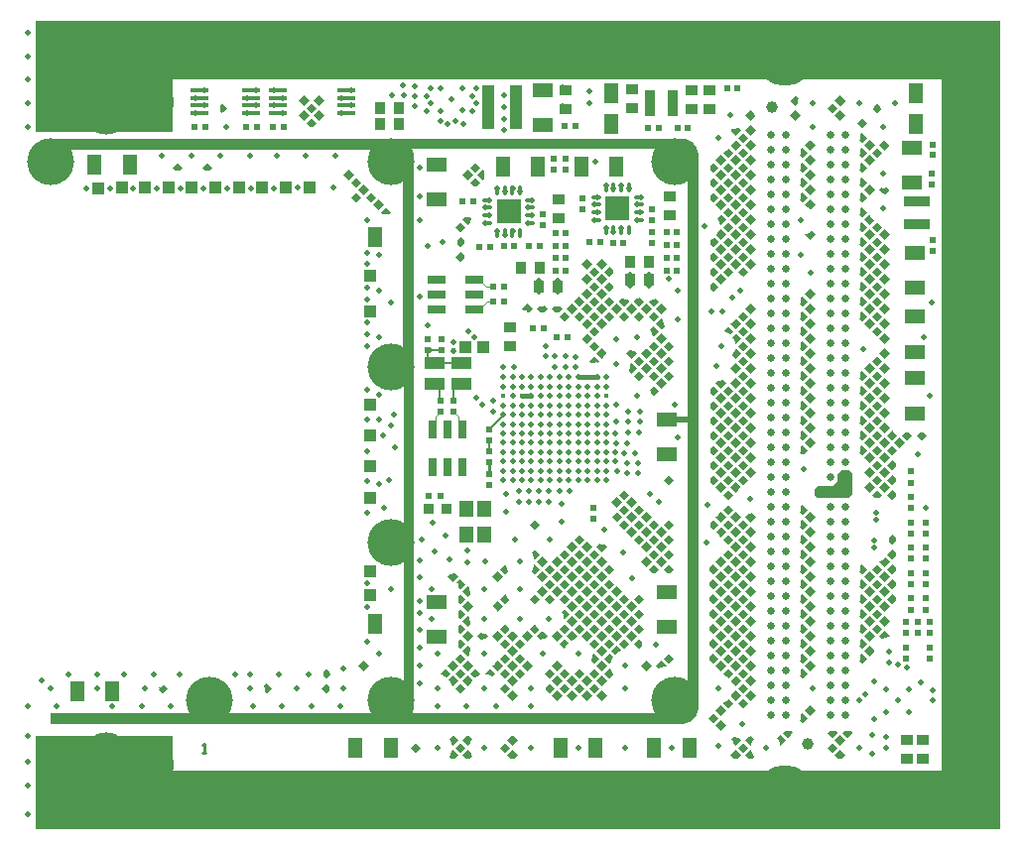
<source format=gtl>
G04*
G04 #@! TF.GenerationSoftware,Altium Limited,Altium Designer,19.0.15 (446)*
G04*
G04 Layer_Physical_Order=1*
G04 Layer_Color=255*
%FSLAX44Y44*%
%MOMM*%
G71*
G01*
G75*
%ADD11R,1.8000X1.1500*%
%ADD12R,1.1500X1.8000*%
%ADD13R,0.5800X0.6200*%
%ADD14C,0.4000*%
%ADD15R,0.6200X0.5800*%
%ADD16R,1.0000X1.0000*%
%ADD17R,1.0000X1.0000*%
%ADD18R,0.7600X1.6500*%
%ADD19R,0.6200X0.6200*%
%ADD20R,1.6500X0.7600*%
%ADD21R,1.5000X0.4500*%
%ADD22R,0.9500X0.9500*%
%ADD23R,0.6200X0.6200*%
%ADD24R,1.0000X0.9500*%
%ADD25R,0.8500X2.3000*%
%ADD26R,1.2500X1.8000*%
%ADD27R,0.9000X1.0000*%
%ADD28R,1.0000X0.9500*%
%ADD29R,0.9800X3.7000*%
%ADD30R,1.1500X1.8000*%
%ADD31R,1.8000X1.1500*%
%ADD32R,2.1000X2.1000*%
%ADD33O,0.3000X0.8500*%
%ADD34O,0.8500X0.3000*%
%ADD35R,2.3000X0.8500*%
%ADD36R,0.9500X1.0000*%
%ADD37R,0.4000X0.4500*%
%ADD38R,1.1500X1.4000*%
%ADD39R,1.7800X1.0200*%
%ADD40R,1.0000X0.9000*%
%ADD41C,0.6400*%
%ADD81C,0.4000*%
%ADD82C,0.5000*%
%ADD83C,0.2000*%
%ADD84C,0.2400*%
%ADD85C,0.1800*%
%ADD86C,0.1200*%
%ADD87C,0.2540*%
%ADD88C,4.0000*%
%ADD89C,5.0000*%
%ADD90C,1.0000*%
%ADD91C,0.5000*%
%ADD92C,0.6000*%
G36*
X1198056Y603828D02*
X1197822Y603263D01*
X1197392Y600000D01*
X1197416Y599820D01*
X1195334Y597738D01*
X1191240Y601832D01*
X1191095Y602311D01*
X1194934Y606150D01*
X1195579Y606305D01*
X1198056Y603828D01*
D02*
G37*
G36*
X780640Y602144D02*
X776234Y597738D01*
X771828Y602144D01*
X776234Y606550D01*
X780640Y602144D01*
D02*
G37*
G36*
X793340D02*
X788934Y597738D01*
X784528Y602144D01*
X788934Y606550D01*
X793340Y602144D01*
D02*
G37*
G36*
X1237694Y602290D02*
X1237649Y601954D01*
X1233434Y597738D01*
X1229028Y602144D01*
X1233434Y606550D01*
X1237694Y602290D01*
D02*
G37*
G36*
X710790Y595794D02*
X707240Y592244D01*
X706737Y592178D01*
X705929Y591843D01*
X704850Y592922D01*
Y593100D01*
X704672D01*
X704668Y593104D01*
Y598484D01*
X706384Y600200D01*
X710790Y595794D01*
D02*
G37*
G36*
X1267697Y597687D02*
X1267822Y596737D01*
X1268616Y594820D01*
X1265434Y591639D01*
X1265080Y591492D01*
X1261492Y595080D01*
X1262178Y596737D01*
X1262248Y597264D01*
X1265184Y600200D01*
X1267697Y597687D01*
D02*
G37*
G36*
X786990Y595794D02*
X782584Y591388D01*
X778178Y595794D01*
X782584Y600200D01*
X786990Y595794D01*
D02*
G37*
G36*
X1231490D02*
X1227084Y591388D01*
X1222678Y595794D01*
X1227084Y600200D01*
X1231490Y595794D01*
D02*
G37*
G36*
X1237840Y589444D02*
X1233465Y585070D01*
X1233421Y585051D01*
X1229028Y589444D01*
X1233434Y593850D01*
X1237840Y589444D01*
D02*
G37*
G36*
X793340D02*
X788934Y585038D01*
X784528Y589444D01*
X788934Y593850D01*
X793340Y589444D01*
D02*
G37*
G36*
X1199740D02*
X1195334Y585038D01*
X1190928Y589444D01*
X1195334Y593850D01*
X1199740Y589444D01*
D02*
G37*
G36*
X1160023Y591061D02*
X1160202Y590470D01*
X1161060Y588865D01*
X1157234Y585038D01*
X1152828Y589444D01*
X1157234Y593850D01*
X1160023Y591061D01*
D02*
G37*
G36*
X780640Y589444D02*
X776234Y585038D01*
X771850Y589422D01*
Y589467D01*
X776234Y593850D01*
X780640Y589444D01*
D02*
G37*
G36*
X786990Y583094D02*
X783458Y579562D01*
X781710D01*
X778178Y583094D01*
X782584Y587500D01*
X786990Y583094D01*
D02*
G37*
G36*
X1256890D02*
X1252484Y578688D01*
X1248078Y583094D01*
X1252484Y587500D01*
X1256890Y583094D01*
D02*
G37*
G36*
X1161640Y576744D02*
X1157234Y572338D01*
X1152828Y576744D01*
X1157234Y581150D01*
X1161640Y576744D01*
D02*
G37*
G36*
X1148940D02*
X1144534Y572338D01*
X1141167Y575706D01*
X1140919Y576304D01*
X1140384Y577001D01*
X1140893Y577510D01*
X1143263Y577822D01*
X1146304Y579081D01*
X1146473Y579211D01*
X1148940Y576744D01*
D02*
G37*
G36*
X1097841Y569850D02*
Y569850D01*
X1099293Y569850D01*
X1102142Y569283D01*
X1104825Y568172D01*
X1107239Y566558D01*
X1108266Y565532D01*
X1109259Y564538D01*
X1110819Y562203D01*
X1111894Y559608D01*
X1112442Y556854D01*
Y555449D01*
X1112442Y210016D01*
X1112349Y210016D01*
X1112349Y84659D01*
X1112349Y84659D01*
X1112349Y83207D01*
X1111783Y80358D01*
X1110672Y77675D01*
X1109058Y75261D01*
X1108031Y74234D01*
X1107038Y73241D01*
X1104703Y71681D01*
X1102108Y70606D01*
X1099354Y70058D01*
X1097949D01*
X843012Y70058D01*
Y70058D01*
X560014Y70058D01*
X560000Y79060D01*
X846322Y79060D01*
X846322D01*
X847682Y79127D01*
X850350Y79657D01*
X852863Y80698D01*
X855125Y82210D01*
X856133Y83124D01*
X856133Y83124D01*
X857205Y84307D01*
X858977Y86958D01*
X860197Y89904D01*
X860819Y93031D01*
X860898Y94625D01*
X860898Y369578D01*
X860643Y369578D01*
Y545948D01*
X860643Y545948D01*
X860576Y547308D01*
X860045Y549976D01*
X859005Y552489D01*
X857493Y554751D01*
X856579Y555760D01*
X856579Y555760D01*
X855396Y556832D01*
X852745Y558603D01*
X849799Y559823D01*
X846672Y560446D01*
X845077Y560524D01*
X558993Y560524D01*
X559008Y569476D01*
X793773Y569476D01*
X793774Y569850D01*
X1097841Y569850D01*
D02*
G37*
G36*
X1155290Y570394D02*
X1150884Y565988D01*
X1146478Y570394D01*
X1150884Y574800D01*
X1155290Y570394D01*
D02*
G37*
G36*
X1256890D02*
X1252484Y565988D01*
X1250244Y568228D01*
X1250610Y569111D01*
X1251064Y572557D01*
X1250968Y573285D01*
X1252484Y574800D01*
X1256890Y570394D01*
D02*
G37*
G36*
X1208954Y567530D02*
X1212440Y564044D01*
X1208034Y559638D01*
X1203628Y564044D01*
X1207327Y567744D01*
X1208954Y567530D01*
D02*
G37*
G36*
X1263240Y564044D02*
X1258834Y559638D01*
X1254428Y564044D01*
X1258834Y568450D01*
X1263240Y564044D01*
D02*
G37*
G36*
X1275638Y564346D02*
Y563743D01*
X1271534Y559638D01*
X1267128Y564044D01*
X1270548Y567464D01*
X1272290Y567694D01*
X1275638Y564346D01*
D02*
G37*
G36*
X1148940Y564044D02*
X1144534Y559638D01*
X1140726Y563446D01*
X1140919Y563696D01*
X1141724Y565641D01*
X1144534Y568450D01*
X1148940Y564044D01*
D02*
G37*
G36*
X1161640D02*
X1157234Y559638D01*
X1152828Y564044D01*
X1157234Y568450D01*
X1161640Y564044D01*
D02*
G37*
G36*
X1256890Y557694D02*
X1252484Y553288D01*
X1250244Y555528D01*
X1250610Y556411D01*
X1251064Y559857D01*
X1250968Y560585D01*
X1252484Y562100D01*
X1256890Y557694D01*
D02*
G37*
G36*
X1206090D02*
X1201684Y553288D01*
X1199444Y555528D01*
X1199810Y556411D01*
X1200264Y559857D01*
X1200168Y560585D01*
X1201684Y562100D01*
X1206090Y557694D01*
D02*
G37*
G36*
X1269590D02*
X1265184Y553288D01*
X1260778Y557694D01*
X1265184Y562100D01*
X1269590Y557694D01*
D02*
G37*
G36*
X1142590D02*
X1138184Y553288D01*
X1133778Y557694D01*
X1134359Y558276D01*
X1136304Y559081D01*
X1138915Y561085D01*
X1139038Y561246D01*
X1142590Y557694D01*
D02*
G37*
G36*
X1155290D02*
X1150884Y553288D01*
X1146478Y557694D01*
X1150884Y562100D01*
X1155290Y557694D01*
D02*
G37*
G36*
X1212440Y551344D02*
X1208034Y546938D01*
X1203628Y551344D01*
X1208034Y555750D01*
X1212440Y551344D01*
D02*
G37*
G36*
X1136240D02*
X1131834Y546938D01*
X1127428Y551344D01*
X1131834Y555750D01*
X1136240Y551344D01*
D02*
G37*
G36*
X1263240D02*
X1258834Y546938D01*
X1254428Y551344D01*
X1258834Y555750D01*
X1263240Y551344D01*
D02*
G37*
G36*
X1148940D02*
X1144534Y546938D01*
X1140128Y551344D01*
X1144534Y555750D01*
X1148940Y551344D01*
D02*
G37*
G36*
X1161640D02*
X1157234Y546938D01*
X1152828Y551344D01*
X1157234Y555750D01*
X1161640Y551344D01*
D02*
G37*
G36*
X693864Y549220D02*
X694081Y548696D01*
X696085Y546085D01*
X697836Y544741D01*
X695845Y542750D01*
X691522D01*
X689278Y544994D01*
X693684Y549400D01*
X693864Y549220D01*
D02*
G37*
G36*
X669389Y548295D02*
X671085Y546085D01*
X672610Y544915D01*
X670445Y542750D01*
X666122D01*
X663878Y544994D01*
X668284Y549400D01*
X669389Y548295D01*
D02*
G37*
G36*
X1206090Y544994D02*
X1201684Y540588D01*
X1199444Y542828D01*
X1199810Y543711D01*
X1200264Y547157D01*
X1200168Y547885D01*
X1201684Y549400D01*
X1206090Y544994D01*
D02*
G37*
G36*
X1142590D02*
X1138184Y540588D01*
X1133778Y544994D01*
X1138184Y549400D01*
X1142590Y544994D01*
D02*
G37*
G36*
X1155290D02*
X1150884Y540588D01*
X1146478Y544994D01*
X1150884Y549400D01*
X1155290Y544994D01*
D02*
G37*
G36*
X1256890D02*
X1252484Y540588D01*
X1250244Y542828D01*
X1250610Y543711D01*
X1251064Y547157D01*
X1250968Y547885D01*
X1252484Y549400D01*
X1256890Y544994D01*
D02*
G37*
G36*
X1129890D02*
X1125484Y540588D01*
X1122528Y543544D01*
Y546445D01*
X1125484Y549400D01*
X1129890Y544994D01*
D02*
G37*
G36*
X1161640Y538644D02*
X1157234Y534238D01*
X1152828Y538644D01*
X1157234Y543050D01*
X1161640Y538644D01*
D02*
G37*
G36*
X818740D02*
X814334Y534238D01*
X809928Y538644D01*
X814334Y543050D01*
X818740Y538644D01*
D02*
G37*
G36*
X1212440D02*
X1208034Y534238D01*
X1203628Y538644D01*
X1208034Y543050D01*
X1212440Y538644D01*
D02*
G37*
G36*
X1148940D02*
X1144534Y534238D01*
X1140128Y538644D01*
X1144534Y543050D01*
X1148940Y538644D01*
D02*
G37*
G36*
X1136240D02*
X1131834Y534238D01*
X1127428Y538644D01*
X1131834Y543050D01*
X1136240Y538644D01*
D02*
G37*
G36*
X1155290Y532294D02*
X1150884Y527888D01*
X1146478Y532294D01*
X1150884Y536700D01*
X1155290Y532294D01*
D02*
G37*
G36*
X1206090D02*
X1201684Y527888D01*
X1199444Y530128D01*
X1199810Y531011D01*
X1200264Y534457D01*
X1200168Y535185D01*
X1201684Y536700D01*
X1206090Y532294D01*
D02*
G37*
G36*
X825090D02*
X820684Y527888D01*
X816278Y532294D01*
X820684Y536700D01*
X825090Y532294D01*
D02*
G37*
G36*
X1256890D02*
X1252484Y527888D01*
X1250244Y530128D01*
X1250610Y531011D01*
X1251064Y534457D01*
X1250968Y535185D01*
X1252484Y536700D01*
X1256890Y532294D01*
D02*
G37*
G36*
X1129890D02*
X1125484Y527888D01*
X1122528Y530844D01*
Y533745D01*
X1125484Y536700D01*
X1129890Y532294D01*
D02*
G37*
G36*
X1142590D02*
X1138184Y527888D01*
X1133778Y532294D01*
X1138184Y536700D01*
X1142590Y532294D01*
D02*
G37*
G36*
X1275638Y526246D02*
Y525643D01*
X1272300Y522305D01*
X1270535Y522537D01*
X1267128Y525944D01*
X1268741Y527558D01*
X1270000Y527392D01*
X1273263Y527822D01*
X1273828Y528056D01*
X1275638Y526246D01*
D02*
G37*
G36*
X1212440Y525944D02*
X1208034Y521538D01*
X1203628Y525944D01*
X1208034Y530350D01*
X1212440Y525944D01*
D02*
G37*
G36*
X831440D02*
X827034Y521538D01*
X822628Y525944D01*
X827034Y530350D01*
X831440Y525944D01*
D02*
G37*
G36*
X1148940D02*
X1144534Y521538D01*
X1140128Y525944D01*
X1144534Y530350D01*
X1148940Y525944D01*
D02*
G37*
G36*
X1161640D02*
X1157234Y521538D01*
X1152828Y525944D01*
X1157234Y530350D01*
X1161640Y525944D01*
D02*
G37*
G36*
X1136240D02*
X1131834Y521538D01*
X1127428Y525944D01*
X1131834Y530350D01*
X1136240Y525944D01*
D02*
G37*
G36*
X1263240D02*
X1258834Y521538D01*
X1254428Y525944D01*
X1258834Y530350D01*
X1263240Y525944D01*
D02*
G37*
G36*
X837790Y519594D02*
X833384Y515188D01*
X828978Y519594D01*
X833384Y524000D01*
X837790Y519594D01*
D02*
G37*
G36*
X1206090D02*
X1201684Y515188D01*
X1199444Y517428D01*
X1199810Y518311D01*
X1200264Y521757D01*
X1200168Y522485D01*
X1201684Y524000D01*
X1206090Y519594D01*
D02*
G37*
G36*
X825090D02*
X820684Y515188D01*
X816278Y519594D01*
X820684Y524000D01*
X825090Y519594D01*
D02*
G37*
G36*
X1142590D02*
X1138184Y515188D01*
X1133778Y519594D01*
X1138184Y524000D01*
X1142590Y519594D01*
D02*
G37*
G36*
X1129890D02*
X1125484Y515188D01*
X1122528Y518144D01*
Y521045D01*
X1125484Y524000D01*
X1129890Y519594D01*
D02*
G37*
G36*
X1256890D02*
X1252484Y515188D01*
X1250244Y517428D01*
X1250610Y518311D01*
X1251064Y521757D01*
X1250968Y522485D01*
X1252484Y524000D01*
X1256890Y519594D01*
D02*
G37*
G36*
X1155290D02*
X1150884Y515188D01*
X1146478Y519594D01*
X1150884Y524000D01*
X1155290Y519594D01*
D02*
G37*
G36*
X1212440Y513244D02*
X1208460Y509264D01*
X1206304Y510919D01*
X1205706Y511167D01*
X1203628Y513244D01*
X1208034Y517650D01*
X1212440Y513244D01*
D02*
G37*
G36*
X1136240D02*
X1131834Y508838D01*
X1127428Y513244D01*
X1131834Y517650D01*
X1136240Y513244D01*
D02*
G37*
G36*
X844140D02*
X839734Y508838D01*
X835328Y513244D01*
X839734Y517650D01*
X844140Y513244D01*
D02*
G37*
G36*
X1161640D02*
X1157234Y508838D01*
X1152828Y513244D01*
X1157234Y517650D01*
X1161640Y513244D01*
D02*
G37*
G36*
X1148940D02*
X1144534Y508838D01*
X1140128Y513244D01*
X1144534Y517650D01*
X1148940Y513244D01*
D02*
G37*
G36*
X850490Y506894D02*
X848445Y504850D01*
X843722D01*
X841678Y506894D01*
X846084Y511300D01*
X850490Y506894D01*
D02*
G37*
G36*
X1256890D02*
X1252484Y502488D01*
X1250244Y504728D01*
X1250610Y505611D01*
X1251064Y509057D01*
X1250968Y509785D01*
X1252484Y511300D01*
X1256890Y506894D01*
D02*
G37*
G36*
X1155290D02*
X1150884Y502488D01*
X1146478Y506894D01*
X1150884Y511300D01*
X1155290Y506894D01*
D02*
G37*
G36*
X1142590D02*
X1138184Y502488D01*
X1133778Y506894D01*
X1138184Y511300D01*
X1142590Y506894D01*
D02*
G37*
G36*
X1148940Y500544D02*
X1144534Y496138D01*
X1140128Y500544D01*
X1144534Y504950D01*
X1148940Y500544D01*
D02*
G37*
G36*
X1259081Y503696D02*
X1261085Y501085D01*
X1262610Y499915D01*
X1258834Y496138D01*
X1254428Y500544D01*
X1258641Y504758D01*
X1259081Y503696D01*
D02*
G37*
G36*
X1136240Y500544D02*
X1131834Y496138D01*
X1130287Y497685D01*
X1130178Y498513D01*
X1128919Y501554D01*
X1128710Y501826D01*
X1131834Y504950D01*
X1136240Y500544D01*
D02*
G37*
G36*
X1161640D02*
X1157234Y496138D01*
X1152828Y500544D01*
X1157234Y504950D01*
X1161640Y500544D01*
D02*
G37*
G36*
X1265415Y498369D02*
X1269590Y494194D01*
X1265184Y489788D01*
X1260778Y494194D01*
X1265088Y498505D01*
X1265415Y498369D01*
D02*
G37*
G36*
X1142590Y494194D02*
X1138184Y489788D01*
X1133778Y494194D01*
X1138184Y498600D01*
X1142590Y494194D01*
D02*
G37*
G36*
X1256890D02*
X1252484Y489788D01*
X1250244Y492028D01*
X1250610Y492911D01*
X1251064Y496357D01*
X1250968Y497085D01*
X1252484Y498600D01*
X1256890Y494194D01*
D02*
G37*
G36*
X1155290D02*
X1150884Y489788D01*
X1146478Y494194D01*
X1150884Y498600D01*
X1155290Y494194D01*
D02*
G37*
G36*
X1212440Y487844D02*
X1208034Y483438D01*
X1203628Y487844D01*
X1203847Y488064D01*
X1206304Y489081D01*
X1208915Y491085D01*
X1209038Y491246D01*
X1212440Y487844D01*
D02*
G37*
G36*
X1263240D02*
X1258834Y483438D01*
X1254428Y487844D01*
X1258834Y492250D01*
X1263240Y487844D01*
D02*
G37*
G36*
X1136240D02*
X1131834Y483438D01*
X1127793Y487479D01*
X1128919Y488946D01*
X1129194Y489610D01*
X1131834Y492250D01*
X1136240Y487844D01*
D02*
G37*
G36*
X1275940D02*
X1271534Y483438D01*
X1267128Y487844D01*
X1271534Y492250D01*
X1275940Y487844D01*
D02*
G37*
G36*
X1148940D02*
X1144534Y483438D01*
X1140128Y487844D01*
X1144534Y492250D01*
X1148940Y487844D01*
D02*
G37*
G36*
X1161640D02*
X1157234Y483438D01*
X1152828Y487844D01*
X1157234Y492250D01*
X1161640Y487844D01*
D02*
G37*
G36*
X1256890Y481494D02*
X1252484Y477088D01*
X1250244Y479328D01*
X1250610Y480211D01*
X1251064Y483657D01*
X1250968Y484385D01*
X1252484Y485900D01*
X1256890Y481494D01*
D02*
G37*
G36*
X1129890D02*
X1125484Y477088D01*
X1122528Y480044D01*
Y482945D01*
X1123640Y484056D01*
X1124304Y484331D01*
X1125859Y485525D01*
X1129890Y481494D01*
D02*
G37*
G36*
X1155290D02*
X1150884Y477088D01*
X1146478Y481494D01*
X1150884Y485900D01*
X1155290Y481494D01*
D02*
G37*
G36*
X1269590D02*
X1265184Y477088D01*
X1260778Y481494D01*
X1265184Y485900D01*
X1269590Y481494D01*
D02*
G37*
G36*
X1142590D02*
X1138184Y477088D01*
X1133778Y481494D01*
X1138184Y485900D01*
X1142590Y481494D01*
D02*
G37*
G36*
X1263240Y475144D02*
X1258834Y470738D01*
X1254428Y475144D01*
X1258834Y479550D01*
X1263240Y475144D01*
D02*
G37*
G36*
X1136240D02*
X1131834Y470738D01*
X1127428Y475144D01*
X1131834Y479550D01*
X1136240Y475144D01*
D02*
G37*
G36*
X1161640D02*
X1157234Y470738D01*
X1152828Y475144D01*
X1157234Y479550D01*
X1161640Y475144D01*
D02*
G37*
G36*
X1275940D02*
X1271534Y470738D01*
X1267128Y475144D01*
X1271534Y479550D01*
X1275940Y475144D01*
D02*
G37*
G36*
X1148940D02*
X1144534Y470738D01*
X1140128Y475144D01*
X1144534Y479550D01*
X1148940Y475144D01*
D02*
G37*
G36*
X1269590Y468794D02*
X1265184Y464388D01*
X1260778Y468794D01*
X1265184Y473200D01*
X1269590Y468794D01*
D02*
G37*
G36*
X1142590D02*
X1138184Y464388D01*
X1133778Y468794D01*
X1138184Y473200D01*
X1142590Y468794D01*
D02*
G37*
G36*
X1256890D02*
X1252484Y464388D01*
X1250244Y466628D01*
X1250610Y467511D01*
X1251064Y470957D01*
X1250968Y471685D01*
X1252484Y473200D01*
X1256890Y468794D01*
D02*
G37*
G36*
X1129890D02*
X1125484Y464388D01*
X1122528Y467344D01*
Y470245D01*
X1125484Y473200D01*
X1129890Y468794D01*
D02*
G37*
G36*
X1155290D02*
X1150884Y464388D01*
X1146478Y468794D01*
X1150884Y473200D01*
X1155290Y468794D01*
D02*
G37*
G36*
X1275940Y462444D02*
X1271534Y458038D01*
X1267128Y462444D01*
X1271534Y466850D01*
X1275940Y462444D01*
D02*
G37*
G36*
X1148940D02*
X1144534Y458038D01*
X1140128Y462444D01*
X1144534Y466850D01*
X1148940Y462444D01*
D02*
G37*
G36*
X1161640D02*
X1157234Y458038D01*
X1152828Y462444D01*
X1157234Y466850D01*
X1161640Y462444D01*
D02*
G37*
G36*
X1263240D02*
X1258834Y458038D01*
X1254428Y462444D01*
X1258834Y466850D01*
X1263240Y462444D01*
D02*
G37*
G36*
X1136240D02*
X1131834Y458038D01*
X1127428Y462444D01*
X1131834Y466850D01*
X1136240Y462444D01*
D02*
G37*
G36*
X1155290Y456094D02*
X1151378Y452183D01*
X1150240Y452332D01*
X1146478Y456094D01*
X1150884Y460500D01*
X1155290Y456094D01*
D02*
G37*
G36*
X1256890D02*
X1252484Y451688D01*
X1250244Y453928D01*
X1250610Y454811D01*
X1251064Y458257D01*
X1250968Y458985D01*
X1252484Y460500D01*
X1256890Y456094D01*
D02*
G37*
G36*
X1129890D02*
X1125484Y451688D01*
X1122528Y454644D01*
Y457545D01*
X1125484Y460500D01*
X1129890Y456094D01*
D02*
G37*
G36*
X1269590D02*
X1265184Y451688D01*
X1260778Y456094D01*
X1265184Y460500D01*
X1269590Y456094D01*
D02*
G37*
G36*
X1142590D02*
X1138184Y451688D01*
X1133778Y456094D01*
X1138184Y460500D01*
X1142590Y456094D01*
D02*
G37*
G36*
X1275940Y449744D02*
X1271534Y445338D01*
X1267128Y449744D01*
X1271534Y454150D01*
X1275940Y449744D01*
D02*
G37*
G36*
X1263240D02*
X1258834Y445338D01*
X1254428Y449744D01*
X1258834Y454150D01*
X1263240Y449744D01*
D02*
G37*
G36*
X1136240D02*
X1131834Y445338D01*
X1127428Y449744D01*
X1131834Y454150D01*
X1136240Y449744D01*
D02*
G37*
G36*
X1269590Y443394D02*
X1265184Y438988D01*
X1260778Y443394D01*
X1265184Y447800D01*
X1269590Y443394D01*
D02*
G37*
G36*
X1256890D02*
X1252484Y438988D01*
X1250244Y441228D01*
X1250610Y442111D01*
X1251064Y445557D01*
X1250968Y446285D01*
X1252484Y447800D01*
X1256890Y443394D01*
D02*
G37*
G36*
X1129890D02*
X1125484Y438988D01*
X1122528Y441944D01*
Y444845D01*
X1125484Y447800D01*
X1129890Y443394D01*
D02*
G37*
G36*
X1212440Y437044D02*
X1208034Y432638D01*
X1203628Y437044D01*
X1208034Y441450D01*
X1212440Y437044D01*
D02*
G37*
G36*
X1263240D02*
X1258834Y432638D01*
X1254428Y437044D01*
X1258834Y441450D01*
X1263240Y437044D01*
D02*
G37*
G36*
X1275940D02*
X1271534Y432638D01*
X1267128Y437044D01*
X1271534Y441450D01*
X1275940Y437044D01*
D02*
G37*
G36*
X1256890Y430694D02*
X1252484Y426288D01*
X1250244Y428528D01*
X1250610Y429411D01*
X1251064Y432857D01*
X1250968Y433585D01*
X1252484Y435100D01*
X1256890Y430694D01*
D02*
G37*
G36*
X1206090D02*
X1201684Y426288D01*
X1199444Y428528D01*
X1199810Y429411D01*
X1200264Y432857D01*
X1200168Y433585D01*
X1201684Y435100D01*
X1206090Y430694D01*
D02*
G37*
G36*
X1269590D02*
X1265184Y426288D01*
X1260778Y430694D01*
X1265184Y435100D01*
X1269590Y430694D01*
D02*
G37*
G36*
X1212440Y424344D02*
X1208034Y419938D01*
X1203628Y424344D01*
X1208034Y428750D01*
X1212440Y424344D01*
D02*
G37*
G36*
X1263240D02*
X1258834Y419938D01*
X1254428Y424344D01*
X1258834Y428750D01*
X1263240Y424344D01*
D02*
G37*
G36*
X1275940D02*
X1271534Y419938D01*
X1267128Y424344D01*
X1271534Y428750D01*
X1275940Y424344D01*
D02*
G37*
G36*
X1161640D02*
X1157234Y419938D01*
X1152828Y424344D01*
X1157234Y428750D01*
X1161640Y424344D01*
D02*
G37*
G36*
X1206090Y417994D02*
X1201684Y413588D01*
X1199444Y415828D01*
X1199810Y416711D01*
X1200264Y420157D01*
X1200168Y420885D01*
X1201684Y422400D01*
X1206090Y417994D01*
D02*
G37*
G36*
X1269590D02*
X1265184Y413588D01*
X1260778Y417994D01*
X1265184Y422400D01*
X1269590Y417994D01*
D02*
G37*
G36*
X1155290D02*
X1150884Y413588D01*
X1146478Y417994D01*
X1150884Y422400D01*
X1155290Y417994D01*
D02*
G37*
G36*
X1256890D02*
X1252484Y413588D01*
X1250244Y415828D01*
X1250610Y416711D01*
X1251064Y420157D01*
X1250968Y420885D01*
X1252484Y422400D01*
X1256890Y417994D01*
D02*
G37*
G36*
X1161640Y411644D02*
X1157234Y407238D01*
X1152828Y411644D01*
X1157234Y416050D01*
X1161640Y411644D01*
D02*
G37*
G36*
X1212440D02*
X1208034Y407238D01*
X1203628Y411644D01*
X1208034Y416050D01*
X1212440Y411644D01*
D02*
G37*
G36*
X1275940D02*
X1271534Y407238D01*
X1267128Y411644D01*
X1271534Y416050D01*
X1275940Y411644D01*
D02*
G37*
G36*
X1148940D02*
X1144534Y407238D01*
X1140128Y411644D01*
X1140675Y412192D01*
X1142165Y413335D01*
X1143308Y414825D01*
X1144534Y416050D01*
X1148940Y411644D01*
D02*
G37*
G36*
X1263240D02*
X1258834Y407238D01*
X1254428Y411644D01*
X1258834Y416050D01*
X1263240Y411644D01*
D02*
G37*
G36*
X1142590Y405294D02*
X1139735Y402440D01*
X1138109Y403688D01*
X1135068Y404948D01*
X1133982Y405090D01*
X1133778Y405294D01*
X1138184Y409700D01*
X1142590Y405294D01*
D02*
G37*
G36*
X1155290D02*
X1150884Y400888D01*
X1146478Y405294D01*
X1150884Y409700D01*
X1155290Y405294D01*
D02*
G37*
G36*
X1206090D02*
X1201684Y400888D01*
X1199444Y403128D01*
X1199810Y404011D01*
X1200264Y407457D01*
X1200168Y408185D01*
X1201684Y409700D01*
X1206090Y405294D01*
D02*
G37*
G36*
X1269590D02*
X1265184Y400888D01*
X1260778Y405294D01*
X1265184Y409700D01*
X1269590Y405294D01*
D02*
G37*
G36*
X1212440Y398944D02*
X1208034Y394538D01*
X1203628Y398944D01*
X1208034Y403350D01*
X1212440Y398944D01*
D02*
G37*
G36*
X1275940D02*
X1271534Y394538D01*
X1267128Y398944D01*
X1271534Y403350D01*
X1275940Y398944D01*
D02*
G37*
G36*
X1148940D02*
X1144534Y394538D01*
X1144127Y394946D01*
X1143984Y396032D01*
X1142724Y399073D01*
X1141653Y400469D01*
X1144534Y403350D01*
X1148940Y398944D01*
D02*
G37*
G36*
X1161640D02*
X1157234Y394538D01*
X1152828Y398944D01*
X1157234Y403350D01*
X1161640Y398944D01*
D02*
G37*
G36*
X1206090Y392594D02*
X1201684Y388188D01*
X1199444Y390428D01*
X1199810Y391311D01*
X1200264Y394757D01*
X1200168Y395485D01*
X1201684Y397000D01*
X1206090Y392594D01*
D02*
G37*
G36*
X1155290D02*
X1150884Y388188D01*
X1146478Y392594D01*
X1150884Y397000D01*
X1155290Y392594D01*
D02*
G37*
G36*
X1212440Y386244D02*
X1208034Y381838D01*
X1203628Y386244D01*
X1208034Y390650D01*
X1212440Y386244D01*
D02*
G37*
G36*
X1161640D02*
X1157234Y381838D01*
X1152828Y386244D01*
X1157234Y390650D01*
X1161640Y386244D01*
D02*
G37*
G36*
X1148940D02*
X1144534Y381838D01*
X1141501Y384871D01*
X1142724Y386465D01*
X1143984Y389506D01*
X1144074Y390190D01*
X1144534Y390650D01*
X1148940Y386244D01*
D02*
G37*
G36*
X1275940D02*
X1271534Y381838D01*
X1267128Y386244D01*
X1271534Y390650D01*
X1275940Y386244D01*
D02*
G37*
G36*
X1206090Y379894D02*
X1201684Y375488D01*
X1199444Y377728D01*
X1199810Y378611D01*
X1200264Y382057D01*
X1200168Y382785D01*
X1201684Y384300D01*
X1206090Y379894D01*
D02*
G37*
G36*
X1155290D02*
X1150884Y375488D01*
X1146478Y379894D01*
X1150884Y384300D01*
X1155290Y379894D01*
D02*
G37*
G36*
X1269590D02*
X1265184Y375488D01*
X1260778Y379894D01*
X1261570Y380686D01*
X1262415Y381335D01*
X1263064Y382180D01*
X1265184Y384300D01*
X1269590Y379894D01*
D02*
G37*
G36*
X1212440Y373544D02*
X1208034Y369138D01*
X1203628Y373544D01*
X1208034Y377950D01*
X1212440Y373544D01*
D02*
G37*
G36*
X1148940D02*
X1144534Y369138D01*
X1140133Y373540D01*
X1140134Y373551D01*
X1144534Y377950D01*
X1148940Y373544D01*
D02*
G37*
G36*
X1275940D02*
X1271534Y369138D01*
X1267128Y373544D01*
X1271534Y377950D01*
X1275940Y373544D01*
D02*
G37*
G36*
X1263240D02*
X1258834Y369138D01*
X1254428Y373544D01*
X1258834Y377950D01*
X1263240Y373544D01*
D02*
G37*
G36*
X1161640D02*
X1157234Y369138D01*
X1152828Y373544D01*
X1157234Y377950D01*
X1161640Y373544D01*
D02*
G37*
G36*
X1269590Y367194D02*
X1265184Y362788D01*
X1260778Y367194D01*
X1265184Y371600D01*
X1269590Y367194D01*
D02*
G37*
G36*
X1206090D02*
X1201684Y362788D01*
X1199444Y365028D01*
X1199810Y365911D01*
X1200264Y369357D01*
X1200168Y370085D01*
X1201684Y371600D01*
X1206090Y367194D01*
D02*
G37*
G36*
X1256890D02*
X1252484Y362788D01*
X1250244Y365028D01*
X1250610Y365911D01*
X1251064Y369357D01*
X1250968Y370085D01*
X1252484Y371600D01*
X1256890Y367194D01*
D02*
G37*
G36*
X1155290D02*
X1150884Y362788D01*
X1146478Y367194D01*
X1150884Y371600D01*
X1155290Y367194D01*
D02*
G37*
G36*
X1212440Y360844D02*
X1208034Y356438D01*
X1203628Y360844D01*
X1208034Y365250D01*
X1212440Y360844D01*
D02*
G37*
G36*
X1136240D02*
X1131834Y356438D01*
X1127428Y360844D01*
X1129449Y362866D01*
X1131013Y363072D01*
X1133134Y363950D01*
X1136240Y360844D01*
D02*
G37*
G36*
X1263240D02*
X1258834Y356438D01*
X1254428Y360844D01*
X1258834Y365250D01*
X1263240Y360844D01*
D02*
G37*
G36*
X1275940D02*
X1271534Y356438D01*
X1267128Y360844D01*
X1271534Y365250D01*
X1275940Y360844D01*
D02*
G37*
G36*
X1148940D02*
X1144534Y356438D01*
X1140128Y360844D01*
X1144534Y365250D01*
X1148940Y360844D01*
D02*
G37*
G36*
X1161640D02*
X1157234Y356438D01*
X1152828Y360844D01*
X1157234Y365250D01*
X1161640Y360844D01*
D02*
G37*
G36*
X1256890Y354494D02*
X1252484Y350088D01*
X1250244Y352328D01*
X1250610Y353211D01*
X1251064Y356657D01*
X1250968Y357385D01*
X1252484Y358900D01*
X1256890Y354494D01*
D02*
G37*
G36*
X1129890D02*
X1125484Y350088D01*
X1122528Y353044D01*
Y355945D01*
X1125484Y358900D01*
X1129890Y354494D01*
D02*
G37*
G36*
X1206090D02*
X1201684Y350088D01*
X1199444Y352328D01*
X1199810Y353211D01*
X1200264Y356657D01*
X1200168Y357385D01*
X1201684Y358900D01*
X1206090Y354494D01*
D02*
G37*
G36*
X1155290D02*
X1150884Y350088D01*
X1146478Y354494D01*
X1150884Y358900D01*
X1155290Y354494D01*
D02*
G37*
G36*
X1142590D02*
X1138184Y350088D01*
X1133778Y354494D01*
X1138184Y358900D01*
X1142590Y354494D01*
D02*
G37*
G36*
X1269590D02*
X1265184Y350088D01*
X1260778Y354494D01*
X1265184Y358900D01*
X1269590Y354494D01*
D02*
G37*
G36*
X1212440Y348144D02*
X1208034Y343738D01*
X1203628Y348144D01*
X1208034Y352550D01*
X1212440Y348144D01*
D02*
G37*
G36*
X1263240D02*
X1258834Y343738D01*
X1254428Y348144D01*
X1258834Y352550D01*
X1263240Y348144D01*
D02*
G37*
G36*
X1136240D02*
X1131834Y343738D01*
X1127428Y348144D01*
X1131834Y352550D01*
X1136240Y348144D01*
D02*
G37*
G36*
X1161640D02*
X1157234Y343738D01*
X1152828Y348144D01*
X1157234Y352550D01*
X1161640Y348144D01*
D02*
G37*
G36*
X1148940D02*
X1144534Y343738D01*
X1140128Y348144D01*
X1144534Y352550D01*
X1148940Y348144D01*
D02*
G37*
G36*
X1275940D02*
X1271534Y343738D01*
X1267128Y348144D01*
X1271534Y352550D01*
X1275940Y348144D01*
D02*
G37*
G36*
X1206090Y341794D02*
X1201684Y337388D01*
X1199444Y339628D01*
X1199810Y340511D01*
X1200264Y343957D01*
X1200168Y344685D01*
X1201684Y346200D01*
X1206090Y341794D01*
D02*
G37*
G36*
X1269590D02*
X1265184Y337388D01*
X1260778Y341794D01*
X1265184Y346200D01*
X1269590Y341794D01*
D02*
G37*
G36*
X1142590D02*
X1138184Y337388D01*
X1133778Y341794D01*
X1138184Y346200D01*
X1142590Y341794D01*
D02*
G37*
G36*
X1256890D02*
X1252484Y337388D01*
X1250244Y339628D01*
X1250610Y340511D01*
X1251064Y343957D01*
X1250968Y344685D01*
X1252484Y346200D01*
X1256890Y341794D01*
D02*
G37*
G36*
X1129890D02*
X1125484Y337388D01*
X1122528Y340344D01*
Y343245D01*
X1125484Y346200D01*
X1129890Y341794D01*
D02*
G37*
G36*
X1155290D02*
X1150884Y337388D01*
X1146478Y341794D01*
X1150884Y346200D01*
X1155290Y341794D01*
D02*
G37*
G36*
X1212440Y335444D02*
X1208034Y331038D01*
X1203628Y335444D01*
X1208034Y339850D01*
X1212440Y335444D01*
D02*
G37*
G36*
X1275940D02*
X1271534Y331038D01*
X1267128Y335444D01*
X1271534Y339850D01*
X1275940Y335444D01*
D02*
G37*
G36*
X1148940D02*
X1144534Y331038D01*
X1140128Y335444D01*
X1144534Y339850D01*
X1148940Y335444D01*
D02*
G37*
G36*
X1161640D02*
X1157234Y331038D01*
X1152828Y335444D01*
X1157234Y339850D01*
X1161640Y335444D01*
D02*
G37*
G36*
X1263240D02*
X1258834Y331038D01*
X1254428Y335444D01*
X1258834Y339850D01*
X1263240Y335444D01*
D02*
G37*
G36*
X1136240D02*
X1131834Y331038D01*
X1127428Y335444D01*
X1131834Y339850D01*
X1136240Y335444D01*
D02*
G37*
G36*
X1155290Y329094D02*
X1150884Y324688D01*
X1146478Y329094D01*
X1150884Y333500D01*
X1155290Y329094D01*
D02*
G37*
G36*
X1206090D02*
X1201684Y324688D01*
X1199444Y326928D01*
X1199810Y327811D01*
X1200264Y331257D01*
X1200168Y331985D01*
X1201684Y333500D01*
X1206090Y329094D01*
D02*
G37*
G36*
X1256890D02*
X1252484Y324688D01*
X1250244Y326928D01*
X1250610Y327811D01*
X1251064Y331257D01*
X1250968Y331985D01*
X1252484Y333500D01*
X1256890Y329094D01*
D02*
G37*
G36*
X1129890D02*
X1125484Y324688D01*
X1122528Y327644D01*
Y330545D01*
X1125484Y333500D01*
X1129890Y329094D01*
D02*
G37*
G36*
X1269590D02*
X1265184Y324688D01*
X1260778Y329094D01*
X1265184Y333500D01*
X1269590Y329094D01*
D02*
G37*
G36*
X1142590D02*
X1138184Y324688D01*
X1133778Y329094D01*
X1138184Y333500D01*
X1142590Y329094D01*
D02*
G37*
G36*
X1161640Y322744D02*
X1157234Y318338D01*
X1152828Y322744D01*
X1157234Y327150D01*
X1161640Y322744D01*
D02*
G37*
G36*
X1212440D02*
X1208034Y318338D01*
X1203628Y322744D01*
X1208034Y327150D01*
X1212440Y322744D01*
D02*
G37*
G36*
X1275940D02*
X1271534Y318338D01*
X1267128Y322744D01*
X1271534Y327150D01*
X1275940Y322744D01*
D02*
G37*
G36*
X1148940D02*
X1144534Y318338D01*
X1140128Y322744D01*
X1144534Y327150D01*
X1148940Y322744D01*
D02*
G37*
G36*
X1263240D02*
X1258834Y318338D01*
X1254428Y322744D01*
X1258834Y327150D01*
X1263240Y322744D01*
D02*
G37*
G36*
X1136240D02*
X1131834Y318338D01*
X1127428Y322744D01*
X1131834Y327150D01*
X1136240Y322744D01*
D02*
G37*
G36*
X1307690Y316394D02*
X1303412Y312117D01*
X1303263Y312178D01*
X1303068Y312204D01*
X1298878Y316394D01*
X1301734Y319250D01*
X1304834D01*
X1307690Y316394D01*
D02*
G37*
G36*
X1294990D02*
X1290584Y311988D01*
X1286178Y316394D01*
X1289034Y319250D01*
X1292134D01*
X1294990Y316394D01*
D02*
G37*
G36*
X1206090D02*
X1201684Y311988D01*
X1199444Y314228D01*
X1199810Y315111D01*
X1200264Y318557D01*
X1200168Y319285D01*
X1201684Y320800D01*
X1206090Y316394D01*
D02*
G37*
G36*
X1269590D02*
X1265184Y311988D01*
X1260778Y316394D01*
X1265184Y320800D01*
X1269590Y316394D01*
D02*
G37*
G36*
X1142590D02*
X1138184Y311988D01*
X1133778Y316394D01*
X1138184Y320800D01*
X1142590Y316394D01*
D02*
G37*
G36*
X1278500Y320184D02*
Y319250D01*
X1279434D01*
X1282290Y316394D01*
X1277884Y311988D01*
X1273478Y316394D01*
X1277884Y320800D01*
X1278500Y320184D01*
D02*
G37*
G36*
X1155290Y316394D02*
X1150884Y311988D01*
X1146478Y316394D01*
X1150884Y320800D01*
X1155290Y316394D01*
D02*
G37*
G36*
X1129890D02*
X1125484Y311988D01*
X1122528Y314944D01*
Y317845D01*
X1125484Y320800D01*
X1129890Y316394D01*
D02*
G37*
G36*
X1256890D02*
X1252484Y311988D01*
X1250244Y314228D01*
X1250610Y315111D01*
X1251064Y318557D01*
X1250968Y319285D01*
X1252484Y320800D01*
X1256890Y316394D01*
D02*
G37*
G36*
X1212440Y310044D02*
X1208034Y305638D01*
X1203628Y310044D01*
X1208034Y314450D01*
X1212440Y310044D01*
D02*
G37*
G36*
X1136240D02*
X1131834Y305638D01*
X1127428Y310044D01*
X1131834Y314450D01*
X1136240Y310044D01*
D02*
G37*
G36*
X1263240D02*
X1258834Y305638D01*
X1254428Y310044D01*
X1258834Y314450D01*
X1263240Y310044D01*
D02*
G37*
G36*
X1275940D02*
X1271534Y305638D01*
X1267128Y310044D01*
X1271534Y314450D01*
X1275940Y310044D01*
D02*
G37*
G36*
X1148940D02*
X1144534Y305638D01*
X1140128Y310044D01*
X1144534Y314450D01*
X1148940Y310044D01*
D02*
G37*
G36*
X1161640D02*
X1157234Y305638D01*
X1152828Y310044D01*
X1157234Y314450D01*
X1161640Y310044D01*
D02*
G37*
G36*
X1288640D02*
X1284234Y305638D01*
X1279828Y310044D01*
X1284234Y314450D01*
X1288640Y310044D01*
D02*
G37*
G36*
X1206090Y303694D02*
X1202626Y300230D01*
X1202500Y300247D01*
X1200932Y300040D01*
X1199444Y301528D01*
X1199810Y302411D01*
X1200264Y305857D01*
X1200168Y306585D01*
X1201684Y308100D01*
X1206090Y303694D01*
D02*
G37*
G36*
X1256890D02*
X1252484Y299288D01*
X1250244Y301528D01*
X1250610Y302411D01*
X1251064Y305857D01*
X1250968Y306585D01*
X1252484Y308100D01*
X1256890Y303694D01*
D02*
G37*
G36*
X1129890D02*
X1125484Y299288D01*
X1122528Y302244D01*
Y305145D01*
X1125484Y308100D01*
X1129890Y303694D01*
D02*
G37*
G36*
X1269590D02*
X1265184Y299288D01*
X1260778Y303694D01*
X1265184Y308100D01*
X1269590Y303694D01*
D02*
G37*
G36*
X1142590D02*
X1138184Y299288D01*
X1133778Y303694D01*
X1138184Y308100D01*
X1142590Y303694D01*
D02*
G37*
G36*
X1282290D02*
X1277884Y299288D01*
X1273478Y303694D01*
X1277884Y308100D01*
X1282290Y303694D01*
D02*
G37*
G36*
X1155290D02*
X1150884Y299288D01*
X1146478Y303694D01*
X1150884Y308100D01*
X1155290Y303694D01*
D02*
G37*
G36*
X1263240Y297344D02*
X1258834Y292938D01*
X1254428Y297344D01*
X1258834Y301750D01*
X1263240Y297344D01*
D02*
G37*
G36*
X1136240D02*
X1131834Y292938D01*
X1127428Y297344D01*
X1131834Y301750D01*
X1136240Y297344D01*
D02*
G37*
G36*
X1275940D02*
X1271534Y292938D01*
X1267128Y297344D01*
X1271534Y301750D01*
X1275940Y297344D01*
D02*
G37*
G36*
X1148940D02*
X1144534Y292938D01*
X1140128Y297344D01*
X1144534Y301750D01*
X1148940Y297344D01*
D02*
G37*
G36*
X1161640D02*
X1157234Y292938D01*
X1152828Y297344D01*
X1157234Y301750D01*
X1161640Y297344D01*
D02*
G37*
G36*
X1269590Y290994D02*
X1265184Y286588D01*
X1260778Y290994D01*
X1265184Y295400D01*
X1269590Y290994D01*
D02*
G37*
G36*
X1142590D02*
X1138184Y286588D01*
X1133778Y290994D01*
X1138184Y295400D01*
X1142590Y290994D01*
D02*
G37*
G36*
X1280808Y292476D02*
Y289513D01*
X1277884Y286588D01*
X1273478Y290994D01*
X1277884Y295400D01*
X1280808Y292476D01*
D02*
G37*
G36*
X1155290Y290994D02*
X1150884Y286588D01*
X1146478Y290994D01*
X1150884Y295400D01*
X1155290Y290994D01*
D02*
G37*
G36*
X1129890D02*
X1125484Y286588D01*
X1122528Y289544D01*
Y292445D01*
X1125484Y295400D01*
X1129890Y290994D01*
D02*
G37*
G36*
X1161640Y284644D02*
X1157234Y280238D01*
X1152828Y284644D01*
X1157234Y289050D01*
X1161640Y284644D01*
D02*
G37*
G36*
X1275940D02*
X1271534Y280238D01*
X1267128Y284644D01*
X1271534Y289050D01*
X1275940Y284644D01*
D02*
G37*
G36*
X1148940D02*
X1144534Y280238D01*
X1140128Y284644D01*
X1144534Y289050D01*
X1148940Y284644D01*
D02*
G37*
G36*
X1263240D02*
X1258834Y280238D01*
X1254428Y284644D01*
X1258834Y289050D01*
X1263240Y284644D01*
D02*
G37*
G36*
X1136240D02*
X1131834Y280238D01*
X1127428Y284644D01*
X1131834Y289050D01*
X1136240Y284644D01*
D02*
G37*
G36*
X1280808Y279776D02*
Y276813D01*
X1277884Y273888D01*
X1273478Y278294D01*
X1277884Y282700D01*
X1280808Y279776D01*
D02*
G37*
G36*
X1155290Y278294D02*
X1150884Y273888D01*
X1146478Y278294D01*
X1150884Y282700D01*
X1155290Y278294D01*
D02*
G37*
G36*
X1129890D02*
X1125484Y273888D01*
X1122528Y276844D01*
Y279745D01*
X1125484Y282700D01*
X1129890Y278294D01*
D02*
G37*
G36*
X1269590D02*
X1265184Y273888D01*
X1260778Y278294D01*
X1265184Y282700D01*
X1269590Y278294D01*
D02*
G37*
G36*
X1142590D02*
X1138184Y273888D01*
X1133778Y278294D01*
X1138184Y282700D01*
X1142590Y278294D01*
D02*
G37*
G36*
X1275940Y271944D02*
X1271534Y267538D01*
X1267128Y271944D01*
X1271534Y276350D01*
X1275940Y271944D01*
D02*
G37*
G36*
X1148901Y271983D02*
X1147835Y271165D01*
X1146761Y269765D01*
X1144534Y267538D01*
X1140128Y271944D01*
X1144534Y276350D01*
X1148901Y271983D01*
D02*
G37*
G36*
X1263240Y271944D02*
X1258834Y267538D01*
X1254428Y271944D01*
X1258834Y276350D01*
X1263240Y271944D01*
D02*
G37*
G36*
X1136240D02*
X1131834Y267538D01*
X1127428Y271944D01*
X1131834Y276350D01*
X1136240Y271944D01*
D02*
G37*
G36*
X1269590Y265594D02*
X1266815Y262820D01*
X1264250Y263158D01*
X1263335Y263037D01*
X1260778Y265594D01*
X1265184Y270000D01*
X1269590Y265594D01*
D02*
G37*
G36*
X1241750Y286500D02*
X1244250Y284000D01*
Y266000D01*
X1241000Y262750D01*
X1214750Y262750D01*
X1211750Y265750D01*
X1211750Y270250D01*
X1214250Y272750D01*
X1227000D01*
X1231500Y277250D01*
Y283500D01*
X1234500Y286500D01*
X1241750Y286500D01*
D02*
G37*
G36*
X1142590Y265594D02*
X1138184Y261188D01*
X1133778Y265594D01*
X1138184Y270000D01*
X1142590Y265594D01*
D02*
G37*
G36*
X1280808Y267076D02*
Y264113D01*
X1277884Y261188D01*
X1273478Y265594D01*
X1277884Y270000D01*
X1280808Y267076D01*
D02*
G37*
G36*
X1161640Y246544D02*
X1157234Y242138D01*
X1152828Y246544D01*
X1156022Y249738D01*
X1156750Y249642D01*
X1158334Y249851D01*
X1161640Y246544D01*
D02*
G37*
G36*
X1206090Y252894D02*
X1201684Y248488D01*
X1199444Y250728D01*
X1199810Y251611D01*
X1200264Y255057D01*
X1200168Y255785D01*
X1201684Y257300D01*
X1206090Y252894D01*
D02*
G37*
G36*
X1142590D02*
X1138184Y248488D01*
X1133778Y252894D01*
X1138184Y257300D01*
X1142590Y252894D01*
D02*
G37*
G36*
X1212440Y246544D02*
X1208034Y242138D01*
X1203628Y246544D01*
X1208034Y250950D01*
X1212440Y246544D01*
D02*
G37*
G36*
X1148940D02*
X1144534Y242138D01*
X1140128Y246544D01*
X1144534Y250950D01*
X1148940Y246544D01*
D02*
G37*
G36*
X1136240D02*
X1131834Y242138D01*
X1127428Y246544D01*
X1127495Y246612D01*
X1129415Y248085D01*
X1130888Y250005D01*
X1131834Y250950D01*
X1136240Y246544D01*
D02*
G37*
G36*
X1142590Y240194D02*
X1138184Y235788D01*
X1133778Y240194D01*
X1138184Y244600D01*
X1142590Y240194D01*
D02*
G37*
G36*
X1206090D02*
X1201684Y235788D01*
X1199444Y238028D01*
X1199810Y238911D01*
X1200264Y242357D01*
X1200168Y243085D01*
X1201684Y244600D01*
X1206090Y240194D01*
D02*
G37*
G36*
X1129890D02*
X1125484Y235788D01*
X1122528Y238744D01*
Y241645D01*
X1125484Y244600D01*
X1129890Y240194D01*
D02*
G37*
G36*
X1155290D02*
X1150884Y235788D01*
X1146478Y240194D01*
X1150884Y244600D01*
X1155290Y240194D01*
D02*
G37*
G36*
X1212440Y233844D02*
X1208034Y229438D01*
X1203628Y233844D01*
X1208034Y238250D01*
X1212440Y233844D01*
D02*
G37*
G36*
X1136240D02*
X1131834Y229438D01*
X1130255Y231017D01*
X1128415Y233415D01*
X1127614Y234030D01*
X1131834Y238250D01*
X1136240Y233844D01*
D02*
G37*
G36*
X1148940D02*
X1144534Y229438D01*
X1140128Y233844D01*
X1144534Y238250D01*
X1148940Y233844D01*
D02*
G37*
G36*
X1161640D02*
X1157234Y229438D01*
X1152828Y233844D01*
X1157234Y238250D01*
X1161640Y233844D01*
D02*
G37*
G36*
X1206090Y227494D02*
X1201684Y223088D01*
X1199444Y225328D01*
X1199810Y226211D01*
X1200264Y229657D01*
X1200168Y230385D01*
X1201684Y231900D01*
X1206090Y227494D01*
D02*
G37*
G36*
X1280808Y228976D02*
Y226013D01*
X1277884Y223088D01*
X1275220Y225752D01*
X1275358Y226800D01*
X1275058Y229075D01*
X1277884Y231900D01*
X1280808Y228976D01*
D02*
G37*
G36*
X1155290Y227494D02*
X1150884Y223088D01*
X1146478Y227494D01*
X1150884Y231900D01*
X1155290Y227494D01*
D02*
G37*
G36*
X1142590D02*
X1138184Y223088D01*
X1133778Y227494D01*
X1138184Y231900D01*
X1142590Y227494D01*
D02*
G37*
G36*
X1212440Y221144D02*
X1208034Y216738D01*
X1203628Y221144D01*
X1208034Y225550D01*
X1212440Y221144D01*
D02*
G37*
G36*
X1161640D02*
X1157234Y216738D01*
X1152828Y221144D01*
X1157234Y225550D01*
X1161640Y221144D01*
D02*
G37*
G36*
X1148940D02*
X1144534Y216738D01*
X1140128Y221144D01*
X1144534Y225550D01*
X1148940Y221144D01*
D02*
G37*
G36*
X1206090Y214794D02*
X1201684Y210388D01*
X1199444Y212628D01*
X1199810Y213511D01*
X1200264Y216957D01*
X1200168Y217685D01*
X1201684Y219200D01*
X1206090Y214794D01*
D02*
G37*
G36*
X1142590D02*
X1138184Y210388D01*
X1133778Y214794D01*
X1138184Y219200D01*
X1142590Y214794D01*
D02*
G37*
G36*
X1280808Y216276D02*
Y213313D01*
X1277884Y210388D01*
X1273817Y214455D01*
X1274298Y215614D01*
X1277884Y219200D01*
X1280808Y216276D01*
D02*
G37*
G36*
X1155290Y214794D02*
X1150884Y210388D01*
X1146478Y214794D01*
X1150884Y219200D01*
X1155290Y214794D01*
D02*
G37*
G36*
X1212440Y208444D02*
X1208034Y204038D01*
X1203628Y208444D01*
X1208034Y212850D01*
X1212440Y208444D01*
D02*
G37*
G36*
X1275940D02*
X1271534Y204038D01*
X1267128Y208444D01*
X1267536Y208852D01*
X1269054Y209481D01*
X1271665Y211485D01*
X1272201Y212183D01*
X1275940Y208444D01*
D02*
G37*
G36*
X1148940D02*
X1144534Y204038D01*
X1140128Y208444D01*
X1144534Y212850D01*
X1148940Y208444D01*
D02*
G37*
G36*
X1161640D02*
X1157234Y204038D01*
X1152828Y208444D01*
X1157234Y212850D01*
X1161640Y208444D01*
D02*
G37*
G36*
X1136240D02*
X1131834Y204038D01*
X1127428Y208444D01*
X1131834Y212850D01*
X1136240Y208444D01*
D02*
G37*
G36*
X1280808Y203576D02*
Y200613D01*
X1277884Y197688D01*
X1273478Y202094D01*
X1277884Y206500D01*
X1280808Y203576D01*
D02*
G37*
G36*
X1155290Y202094D02*
X1150884Y197688D01*
X1146478Y202094D01*
X1150884Y206500D01*
X1155290Y202094D01*
D02*
G37*
G36*
X1206090D02*
X1201684Y197688D01*
X1199444Y199928D01*
X1199810Y200811D01*
X1200264Y204257D01*
X1200168Y204985D01*
X1201684Y206500D01*
X1206090Y202094D01*
D02*
G37*
G36*
X1256890D02*
X1252484Y197688D01*
X1250244Y199928D01*
X1250610Y200811D01*
X1251064Y204257D01*
X1250968Y204985D01*
X1252484Y206500D01*
X1256890Y202094D01*
D02*
G37*
G36*
X1129890D02*
X1125484Y197688D01*
X1122436Y200736D01*
Y203452D01*
X1125484Y206500D01*
X1129890Y202094D01*
D02*
G37*
G36*
X1269590D02*
X1265184Y197688D01*
X1260778Y202094D01*
X1265184Y206500D01*
X1269590Y202094D01*
D02*
G37*
G36*
X1142590D02*
X1138184Y197688D01*
X1133778Y202094D01*
X1138184Y206500D01*
X1142590Y202094D01*
D02*
G37*
G36*
X1161640Y195744D02*
X1157234Y191338D01*
X1152828Y195744D01*
X1157234Y200150D01*
X1161640Y195744D01*
D02*
G37*
G36*
X1212440D02*
X1208034Y191338D01*
X1203628Y195744D01*
X1208034Y200150D01*
X1212440Y195744D01*
D02*
G37*
G36*
X1275940D02*
X1271534Y191338D01*
X1267128Y195744D01*
X1271534Y200150D01*
X1275940Y195744D01*
D02*
G37*
G36*
X1148940D02*
X1144534Y191338D01*
X1140128Y195744D01*
X1144534Y200150D01*
X1148940Y195744D01*
D02*
G37*
G36*
X1263240D02*
X1258834Y191338D01*
X1254428Y195744D01*
X1258834Y200150D01*
X1263240Y195744D01*
D02*
G37*
G36*
X1136240D02*
X1131834Y191338D01*
X1127428Y195744D01*
X1131834Y200150D01*
X1136240Y195744D01*
D02*
G37*
G36*
X1206090Y189394D02*
X1201684Y184988D01*
X1199444Y187228D01*
X1199810Y188111D01*
X1200264Y191557D01*
X1200168Y192285D01*
X1201684Y193800D01*
X1206090Y189394D01*
D02*
G37*
G36*
X1269590D02*
X1265184Y184988D01*
X1260778Y189394D01*
X1265184Y193800D01*
X1269590Y189394D01*
D02*
G37*
G36*
X1142590D02*
X1138184Y184988D01*
X1133778Y189394D01*
X1138184Y193800D01*
X1142590Y189394D01*
D02*
G37*
G36*
X1280808Y190876D02*
Y187913D01*
X1277884Y184988D01*
X1273478Y189394D01*
X1277884Y193800D01*
X1280808Y190876D01*
D02*
G37*
G36*
X1155290Y189394D02*
X1150884Y184988D01*
X1146478Y189394D01*
X1150884Y193800D01*
X1155290Y189394D01*
D02*
G37*
G36*
X1256890D02*
X1252484Y184988D01*
X1250244Y187228D01*
X1250610Y188111D01*
X1251064Y191557D01*
X1250968Y192285D01*
X1252484Y193800D01*
X1256890Y189394D01*
D02*
G37*
G36*
X1129890D02*
X1125484Y184988D01*
X1122436Y188036D01*
Y190752D01*
X1125484Y193800D01*
X1129890Y189394D01*
D02*
G37*
G36*
X1212440Y183044D02*
X1208034Y178638D01*
X1203628Y183044D01*
X1208034Y187450D01*
X1212440Y183044D01*
D02*
G37*
G36*
X1136240D02*
X1131834Y178638D01*
X1127428Y183044D01*
X1131834Y187450D01*
X1136240Y183044D01*
D02*
G37*
G36*
X1263240D02*
X1258834Y178638D01*
X1254428Y183044D01*
X1258834Y187450D01*
X1263240Y183044D01*
D02*
G37*
G36*
X1275940D02*
X1271534Y178638D01*
X1267128Y183044D01*
X1271534Y187450D01*
X1275940Y183044D01*
D02*
G37*
G36*
X1148940D02*
X1144534Y178638D01*
X1140128Y183044D01*
X1144534Y187450D01*
X1148940Y183044D01*
D02*
G37*
G36*
X1161640D02*
X1157234Y178638D01*
X1152828Y183044D01*
X1157234Y187450D01*
X1161640Y183044D01*
D02*
G37*
G36*
X1256890Y176694D02*
X1252484Y172288D01*
X1250244Y174528D01*
X1250610Y175411D01*
X1251064Y178857D01*
X1250968Y179585D01*
X1252484Y181100D01*
X1256890Y176694D01*
D02*
G37*
G36*
X1129890D02*
X1125484Y172288D01*
X1122436Y175336D01*
X1122436Y178052D01*
X1125484Y181100D01*
X1129890Y176694D01*
D02*
G37*
G36*
X1206090D02*
X1201684Y172288D01*
X1199444Y174528D01*
X1199810Y175411D01*
X1200264Y178857D01*
X1200168Y179585D01*
X1201684Y181100D01*
X1206090Y176694D01*
D02*
G37*
G36*
X1269590D02*
X1265184Y172288D01*
X1260778Y176694D01*
X1265184Y181100D01*
X1269590Y176694D01*
D02*
G37*
G36*
X1142590D02*
X1138184Y172288D01*
X1133778Y176694D01*
X1138184Y181100D01*
X1142590Y176694D01*
D02*
G37*
G36*
X1280808Y178176D02*
Y175213D01*
X1277884Y172288D01*
X1273478Y176694D01*
X1277884Y181100D01*
X1280808Y178176D01*
D02*
G37*
G36*
X1155290Y176694D02*
X1150884Y172288D01*
X1146478Y176694D01*
X1150884Y181100D01*
X1155290Y176694D01*
D02*
G37*
G36*
X1212440Y170344D02*
X1208034Y165938D01*
X1203628Y170344D01*
X1208034Y174750D01*
X1212440Y170344D01*
D02*
G37*
G36*
X1263240D02*
X1258834Y165938D01*
X1254428Y170344D01*
X1258834Y174750D01*
X1263240Y170344D01*
D02*
G37*
G36*
X1136240D02*
X1131834Y165938D01*
X1127428Y170344D01*
X1131834Y174750D01*
X1136240Y170344D01*
D02*
G37*
G36*
X1275940D02*
X1271534Y165938D01*
X1267128Y170344D01*
X1271534Y174750D01*
X1275940Y170344D01*
D02*
G37*
G36*
X1148940D02*
X1144534Y165938D01*
X1140128Y170344D01*
X1144534Y174750D01*
X1148940Y170344D01*
D02*
G37*
G36*
X1161640D02*
X1157234Y165938D01*
X1152828Y170344D01*
X1157234Y174750D01*
X1161640Y170344D01*
D02*
G37*
G36*
X1206090Y163994D02*
X1201684Y159588D01*
X1199444Y161828D01*
X1199810Y162711D01*
X1200264Y166157D01*
X1200168Y166885D01*
X1201684Y168400D01*
X1206090Y163994D01*
D02*
G37*
G36*
X1269590D02*
X1265184Y159588D01*
X1260778Y163994D01*
X1265184Y168400D01*
X1269590Y163994D01*
D02*
G37*
G36*
X1142590D02*
X1138184Y159588D01*
X1133778Y163994D01*
X1138184Y168400D01*
X1142590Y163994D01*
D02*
G37*
G36*
X1155290D02*
X1150884Y159588D01*
X1146478Y163994D01*
X1150884Y168400D01*
X1155290Y163994D01*
D02*
G37*
G36*
X1256890D02*
X1252484Y159588D01*
X1250244Y161828D01*
X1250610Y162711D01*
X1251064Y166157D01*
X1250968Y166885D01*
X1252484Y168400D01*
X1256890Y163994D01*
D02*
G37*
G36*
X1129890D02*
X1125484Y159588D01*
X1122436Y162636D01*
Y165352D01*
X1125484Y168400D01*
X1129890Y163994D01*
D02*
G37*
G36*
X1161640Y157644D02*
X1157234Y153238D01*
X1152828Y157644D01*
X1157234Y162050D01*
X1161640Y157644D01*
D02*
G37*
G36*
X1212440D02*
X1208034Y153238D01*
X1203628Y157644D01*
X1208034Y162050D01*
X1212440Y157644D01*
D02*
G37*
G36*
X1148940D02*
X1144534Y153238D01*
X1140128Y157644D01*
X1144534Y162050D01*
X1148940Y157644D01*
D02*
G37*
G36*
X1275940D02*
X1271534Y153238D01*
X1267128Y157644D01*
X1271534Y162050D01*
X1275940Y157644D01*
D02*
G37*
G36*
X1263240D02*
X1258834Y153238D01*
X1254428Y157644D01*
X1258834Y162050D01*
X1263240Y157644D01*
D02*
G37*
G36*
X1136240D02*
X1131834Y153238D01*
X1127428Y157644D01*
X1131834Y162050D01*
X1136240Y157644D01*
D02*
G37*
G36*
X1155290Y151294D02*
X1150884Y146888D01*
X1146478Y151294D01*
X1150884Y155700D01*
X1155290Y151294D01*
D02*
G37*
G36*
X1206090D02*
X1201684Y146888D01*
X1199444Y149128D01*
X1199810Y150011D01*
X1200264Y153457D01*
X1200168Y154185D01*
X1201684Y155700D01*
X1206090Y151294D01*
D02*
G37*
G36*
X1129890D02*
X1125484Y146888D01*
X1122436Y149936D01*
Y152652D01*
X1125484Y155700D01*
X1129890Y151294D01*
D02*
G37*
G36*
X1256890D02*
X1252484Y146888D01*
X1250244Y149128D01*
X1250610Y150011D01*
X1251064Y153457D01*
X1250968Y154185D01*
X1252484Y155700D01*
X1256890Y151294D01*
D02*
G37*
G36*
X1142590D02*
X1138184Y146888D01*
X1133778Y151294D01*
X1138184Y155700D01*
X1142590Y151294D01*
D02*
G37*
G36*
X1269590D02*
X1265184Y146888D01*
X1260778Y151294D01*
X1265184Y155700D01*
X1269590Y151294D01*
D02*
G37*
G36*
X1275940Y144944D02*
X1275081Y144086D01*
X1271987Y143678D01*
X1269446Y142626D01*
X1267128Y144944D01*
X1271534Y149350D01*
X1275940Y144944D01*
D02*
G37*
G36*
X1212440D02*
X1208034Y140538D01*
X1203628Y144944D01*
X1208034Y149350D01*
X1212440Y144944D01*
D02*
G37*
G36*
X1148940D02*
X1144534Y140538D01*
X1140128Y144944D01*
X1144534Y149350D01*
X1148940Y144944D01*
D02*
G37*
G36*
X1161640D02*
X1157234Y140538D01*
X1152828Y144944D01*
X1157234Y149350D01*
X1161640Y144944D01*
D02*
G37*
G36*
X1263240D02*
X1258834Y140538D01*
X1254428Y144944D01*
X1258834Y149350D01*
X1263240Y144944D01*
D02*
G37*
G36*
X1136240D02*
X1131834Y140538D01*
X1127428Y144944D01*
X1131834Y149350D01*
X1136240Y144944D01*
D02*
G37*
G36*
X1206090Y138594D02*
X1201684Y134188D01*
X1199444Y136428D01*
X1199810Y137311D01*
X1200264Y140757D01*
X1200168Y141485D01*
X1201684Y143000D01*
X1206090Y138594D01*
D02*
G37*
G36*
X1142590D02*
X1138184Y134188D01*
X1133778Y138594D01*
X1138184Y143000D01*
X1142590Y138594D01*
D02*
G37*
G36*
X1256890D02*
X1252484Y134188D01*
X1250244Y136428D01*
X1250610Y137311D01*
X1251064Y140757D01*
X1250968Y141485D01*
X1252484Y143000D01*
X1256890Y138594D01*
D02*
G37*
G36*
X1129890D02*
X1125484Y134188D01*
X1122436Y137236D01*
Y139952D01*
X1125484Y143000D01*
X1129890Y138594D01*
D02*
G37*
G36*
X1155290D02*
X1150884Y134188D01*
X1146478Y138594D01*
X1150884Y143000D01*
X1155290Y138594D01*
D02*
G37*
G36*
X1212440Y132244D02*
X1208034Y127838D01*
X1203628Y132244D01*
X1208034Y136650D01*
X1212440Y132244D01*
D02*
G37*
G36*
X1262798Y132686D02*
X1262664Y131669D01*
X1258834Y127838D01*
X1254428Y132244D01*
X1258834Y136650D01*
X1262798Y132686D01*
D02*
G37*
G36*
X1136240Y132244D02*
X1131834Y127838D01*
X1127428Y132244D01*
X1131834Y136650D01*
X1136240Y132244D01*
D02*
G37*
G36*
X1161640D02*
X1157234Y127838D01*
X1152828Y132244D01*
X1157234Y136650D01*
X1161640Y132244D01*
D02*
G37*
G36*
X1148940D02*
X1144534Y127838D01*
X1140128Y132244D01*
X1144534Y136650D01*
X1148940Y132244D01*
D02*
G37*
G36*
X1256890Y125894D02*
X1252484Y121488D01*
X1250244Y123728D01*
X1250610Y124611D01*
X1251064Y128057D01*
X1250968Y128785D01*
X1252484Y130300D01*
X1256890Y125894D01*
D02*
G37*
G36*
X1129890D02*
X1125484Y121488D01*
X1122436Y124536D01*
Y127252D01*
X1125484Y130300D01*
X1129890Y125894D01*
D02*
G37*
G36*
X1206090D02*
X1201684Y121488D01*
X1199444Y123728D01*
X1199810Y124611D01*
X1200264Y128057D01*
X1200168Y128785D01*
X1201684Y130300D01*
X1206090Y125894D01*
D02*
G37*
G36*
X1155290D02*
X1150884Y121488D01*
X1146478Y125894D01*
X1150884Y130300D01*
X1155290Y125894D01*
D02*
G37*
G36*
X1142590D02*
X1138184Y121488D01*
X1133778Y125894D01*
X1138184Y130300D01*
X1142590Y125894D01*
D02*
G37*
G36*
X1212440Y119544D02*
X1208034Y115138D01*
X1203628Y119544D01*
X1208034Y123950D01*
X1212440Y119544D01*
D02*
G37*
G36*
X831440D02*
X827034Y115138D01*
X822628Y119544D01*
X827034Y123950D01*
X831440Y119544D01*
D02*
G37*
G36*
X1148940D02*
X1144534Y115138D01*
X1140128Y119544D01*
X1144534Y123950D01*
X1148940Y119544D01*
D02*
G37*
G36*
X1136240D02*
X1131834Y115138D01*
X1127428Y119544D01*
X1131834Y123950D01*
X1136240Y119544D01*
D02*
G37*
G36*
X1161640D02*
X1157234Y115138D01*
X1152828Y119544D01*
X1157234Y123950D01*
X1161640Y119544D01*
D02*
G37*
G36*
X1142590Y113194D02*
X1138573Y109178D01*
X1136304Y110919D01*
X1135876Y111096D01*
X1133778Y113194D01*
X1138184Y117600D01*
X1142590Y113194D01*
D02*
G37*
G36*
X1206090D02*
X1203898Y111002D01*
X1203696Y110919D01*
X1201352Y109120D01*
X1199444Y111028D01*
X1199810Y111911D01*
X1200264Y115357D01*
X1200168Y116085D01*
X1201684Y117600D01*
X1206090Y113194D01*
D02*
G37*
G36*
X1155290D02*
X1150884Y108788D01*
X1146478Y113194D01*
X1150884Y117600D01*
X1155290Y113194D01*
D02*
G37*
G36*
X797697Y115188D02*
X797822Y114237D01*
X798674Y112179D01*
X795284Y108788D01*
X792487Y111585D01*
X792608Y112500D01*
X792326Y114642D01*
X795284Y117600D01*
X797697Y115188D01*
D02*
G37*
G36*
X1148940Y106844D02*
X1144534Y102438D01*
X1141096Y105876D01*
X1140919Y106304D01*
X1140341Y107057D01*
X1144534Y111250D01*
X1148940Y106844D01*
D02*
G37*
G36*
X1161640D02*
X1157234Y102438D01*
X1152828Y106844D01*
X1157234Y111250D01*
X1161640Y106844D01*
D02*
G37*
G36*
X748890Y100494D02*
X744484Y96088D01*
X742371Y98201D01*
X742608Y100000D01*
X742256Y102673D01*
X744484Y104900D01*
X748890Y100494D01*
D02*
G37*
G36*
X1155290D02*
X1150884Y96088D01*
X1146478Y100494D01*
X1150884Y104900D01*
X1155290Y100494D01*
D02*
G37*
G36*
X797717Y102467D02*
X797392Y100000D01*
X797602Y98406D01*
X795284Y96088D01*
X790878Y100494D01*
X795284Y104900D01*
X797717Y102467D01*
D02*
G37*
G36*
X659990Y100494D02*
X655584Y96088D01*
X652499Y99173D01*
X652608Y100000D01*
X652472Y101030D01*
X653804Y101581D01*
X656415Y103585D01*
X656625Y103859D01*
X659990Y100494D01*
D02*
G37*
G36*
X1161640Y94144D02*
X1157234Y89738D01*
X1152828Y94144D01*
X1157234Y98550D01*
X1161640Y94144D01*
D02*
G37*
G36*
X1148940D02*
X1144534Y89738D01*
X1140770Y93502D01*
X1140919Y93696D01*
X1141795Y95811D01*
X1144534Y98550D01*
X1148940Y94144D01*
D02*
G37*
G36*
X1142590Y87794D02*
X1138184Y83388D01*
X1133778Y87794D01*
X1134189Y88205D01*
X1136304Y89081D01*
X1138915Y91085D01*
X1139082Y91302D01*
X1142590Y87794D01*
D02*
G37*
G36*
X1155290D02*
X1150884Y83388D01*
X1146478Y87794D01*
X1150884Y92200D01*
X1155290Y87794D01*
D02*
G37*
G36*
X1212440Y81444D02*
X1208034Y77038D01*
X1203628Y81444D01*
X1208034Y85850D01*
X1212440Y81444D01*
D02*
G37*
G36*
X1136240D02*
X1131834Y77038D01*
X1127428Y81444D01*
X1131834Y85850D01*
X1136240Y81444D01*
D02*
G37*
G36*
X1206090Y75094D02*
X1201684Y70688D01*
X1199444Y72928D01*
X1199810Y73811D01*
X1200264Y77257D01*
X1200168Y77985D01*
X1201684Y79500D01*
X1206090Y75094D01*
D02*
G37*
G36*
X1129890D02*
X1125484Y70688D01*
X1121078Y75094D01*
X1125484Y79500D01*
X1129890Y75094D01*
D02*
G37*
G36*
X1136240Y68744D02*
X1131834Y64338D01*
X1127428Y68744D01*
X1131834Y73150D01*
X1136240Y68744D01*
D02*
G37*
G36*
X1244190Y62394D02*
X1239784Y57988D01*
X1235378Y62394D01*
X1237022Y64039D01*
X1237750Y63943D01*
X1241196Y64397D01*
X1241897Y64687D01*
X1244190Y62394D01*
D02*
G37*
G36*
X1231490D02*
X1227084Y57988D01*
X1222678Y62394D01*
X1224323Y64039D01*
X1225050Y63943D01*
X1228496Y64397D01*
X1229197Y64687D01*
X1231490Y62394D01*
D02*
G37*
G36*
X1192827Y62957D02*
X1192214Y62211D01*
X1191075Y60079D01*
X1188984Y57988D01*
X1184578Y62394D01*
X1186223Y64039D01*
X1186950Y63943D01*
X1190396Y64397D01*
X1191097Y64687D01*
X1192827Y62957D01*
D02*
G37*
G36*
X1237840Y56044D02*
X1233434Y51638D01*
X1229028Y56044D01*
X1233434Y60450D01*
X1237840Y56044D01*
D02*
G37*
G36*
X919515Y56869D02*
X919081Y56304D01*
X918008Y53712D01*
X915934Y51638D01*
X911528Y56044D01*
X915455Y59971D01*
X916413D01*
X919515Y56869D01*
D02*
G37*
G36*
X958440Y56044D02*
X954034Y51638D01*
X949628Y56044D01*
X953555Y59971D01*
X954512D01*
X958440Y56044D01*
D02*
G37*
G36*
X1143696Y59081D02*
X1146737Y57822D01*
X1147227Y57757D01*
X1148940Y56044D01*
X1144534Y51638D01*
X1142232Y53940D01*
X1142178Y54348D01*
X1141081Y56997D01*
X1143395Y59312D01*
X1143696Y59081D01*
D02*
G37*
G36*
X907640Y56044D02*
X903234Y51638D01*
X902265Y52608D01*
X902178Y53263D01*
X900919Y56304D01*
X900124Y57340D01*
X902755Y59971D01*
X903712D01*
X907640Y56044D01*
D02*
G37*
G36*
X1160079Y57605D02*
X1159081Y56304D01*
X1157822Y53263D01*
X1157664Y52069D01*
X1157234Y51638D01*
X1152828Y56044D01*
X1155554Y58771D01*
X1156304Y59081D01*
X1157605Y60079D01*
X1160079Y57605D01*
D02*
G37*
G36*
X1187040Y56044D02*
X1182634Y51638D01*
X1182355Y51917D01*
X1182178Y53263D01*
X1180919Y56304D01*
X1179863Y57680D01*
X1182634Y60450D01*
X1187040Y56044D01*
D02*
G37*
G36*
X875890Y49694D02*
X871484Y45288D01*
X867078Y49694D01*
X871484Y54100D01*
X875890Y49694D01*
D02*
G37*
G36*
X952090D02*
X947684Y45288D01*
X943278Y49694D01*
X947684Y54100D01*
X952090Y49694D01*
D02*
G37*
G36*
X1231490D02*
X1227084Y45288D01*
X1222678Y49694D01*
X1227084Y54100D01*
X1231490Y49694D01*
D02*
G37*
G36*
X1155290D02*
X1150884Y45288D01*
X1146478Y49694D01*
X1150884Y54100D01*
X1155290Y49694D01*
D02*
G37*
G36*
X913990D02*
X909584Y45288D01*
X905178Y49694D01*
X909584Y54100D01*
X913990Y49694D01*
D02*
G37*
G36*
X1237840Y43344D02*
X1234582Y40086D01*
X1232286D01*
X1229028Y43344D01*
X1233434Y47750D01*
X1237840Y43344D01*
D02*
G37*
G36*
X1157757Y47227D02*
X1157822Y46737D01*
X1159081Y43696D01*
X1160345Y42049D01*
X1158382Y40086D01*
X1156086D01*
X1152828Y43344D01*
X1157234Y47750D01*
X1157757Y47227D01*
D02*
G37*
G36*
X1148940Y43344D02*
X1145682Y40086D01*
X1143386D01*
X1140128Y43344D01*
X1144534Y47750D01*
X1148940Y43344D01*
D02*
G37*
G36*
X958440D02*
X955182Y40086D01*
X952886D01*
X949628Y43344D01*
X954034Y47750D01*
X958440Y43344D01*
D02*
G37*
G36*
X918440Y45244D02*
X919081Y43696D01*
X919780Y42785D01*
X917082Y40086D01*
X914786D01*
X911528Y43344D01*
X915934Y47750D01*
X918440Y45244D01*
D02*
G37*
G36*
X907640Y43344D02*
X904382Y40086D01*
X902086D01*
X899858Y42314D01*
X900919Y43696D01*
X902149Y46665D01*
X903234Y47750D01*
X907640Y43344D01*
D02*
G37*
G36*
X1370000Y-19500D02*
X547499Y-19500D01*
X547499Y60000D01*
X664250Y60000D01*
X664250Y30000D01*
X1319750Y30000D01*
X1319750Y620000D01*
X664250D01*
Y575000D01*
X547500Y575000D01*
X547500Y670500D01*
X1370000Y670500D01*
X1370000Y-19500D01*
D02*
G37*
%LPC*%
G36*
X868408Y560898D02*
X869097Y559235D01*
X869645Y556480D01*
X869645Y555076D01*
X869645Y388727D01*
X869850Y388726D01*
X869849Y84659D01*
X869849Y84659D01*
X869849Y83207D01*
X869283Y80358D01*
X868745Y79060D01*
X1088822Y79060D01*
X1088822D01*
X1090182Y79127D01*
X1092850Y79657D01*
X1095363Y80698D01*
X1097625Y82210D01*
X1098633Y83124D01*
X1098633Y83124D01*
X1099705Y84307D01*
X1101477Y86958D01*
X1102697Y89904D01*
X1103319Y93031D01*
X1103398Y94625D01*
X1103398Y388741D01*
X1103440Y388741D01*
Y546322D01*
X1103440Y546322D01*
X1103373Y547682D01*
X1102842Y550350D01*
X1101802Y552863D01*
X1100290Y555125D01*
X1099376Y556133D01*
X1099376Y556133D01*
X1098193Y557205D01*
X1095542Y558977D01*
X1092596Y560197D01*
X1089469Y560819D01*
X1087875Y560897D01*
X868408Y560898D01*
D02*
G37*
%LPD*%
G36*
X926690Y544994D02*
X922284Y540588D01*
X917878Y544994D01*
X922284Y549400D01*
X926690Y544994D01*
D02*
G37*
G36*
X930206Y541478D02*
Y540875D01*
X930111Y540154D01*
X930206Y539433D01*
Y535811D01*
X928634Y534238D01*
X924228Y538644D01*
X928634Y543050D01*
X930206Y541478D01*
D02*
G37*
G36*
X920340Y538644D02*
X915934Y534238D01*
X911528Y538644D01*
X915934Y543050D01*
X920340Y538644D01*
D02*
G37*
G36*
X926690Y532294D02*
X923369Y528974D01*
X921198D01*
X917878Y532294D01*
X922284Y536700D01*
X926690Y532294D01*
D02*
G37*
G36*
X918311Y502573D02*
X918480Y501292D01*
X918583Y501044D01*
X918480Y500796D01*
X918160Y498364D01*
X915934Y496138D01*
X911528Y500544D01*
X913757Y502774D01*
X918110D01*
X918311Y502573D01*
D02*
G37*
G36*
X913990Y494194D02*
X909584Y489788D01*
X905178Y494194D01*
X909584Y498600D01*
X913990Y494194D01*
D02*
G37*
G36*
X912548Y482936D02*
Y480052D01*
X909584Y477088D01*
X906756Y479916D01*
X906901Y481023D01*
X906646Y482963D01*
X909584Y485900D01*
X912548Y482936D01*
D02*
G37*
G36*
Y470236D02*
Y467353D01*
X909584Y464388D01*
X905178Y468794D01*
X909584Y473200D01*
X912548Y470236D01*
D02*
G37*
G36*
X1021940Y462444D02*
X1017534Y458038D01*
X1013128Y462444D01*
X1017534Y466850D01*
X1021940Y462444D01*
D02*
G37*
G36*
X1034640D02*
X1030234Y458038D01*
X1025828Y462444D01*
X1030234Y466850D01*
X1034640Y462444D01*
D02*
G37*
G36*
X1028290Y456094D02*
X1023884Y451688D01*
X1019478Y456094D01*
X1023884Y460500D01*
X1028290Y456094D01*
D02*
G37*
G36*
X1039646Y457438D02*
Y454751D01*
X1036584Y451688D01*
X1032178Y456094D01*
X1036584Y460500D01*
X1039646Y457438D01*
D02*
G37*
G36*
X1034640Y449744D02*
X1030234Y445338D01*
X1025828Y449744D01*
X1030234Y454150D01*
X1034640Y449744D01*
D02*
G37*
G36*
X1021940D02*
X1017534Y445338D01*
X1013128Y449744D01*
X1017534Y454150D01*
X1021940Y449744D01*
D02*
G37*
G36*
X1040000Y444384D02*
Y442405D01*
X1036584Y438988D01*
X1032178Y443394D01*
X1036584Y447800D01*
X1040000Y444384D01*
D02*
G37*
G36*
X1028290Y443394D02*
X1023884Y438988D01*
X1019478Y443394D01*
X1023884Y447800D01*
X1028290Y443394D01*
D02*
G37*
G36*
X1021940Y437044D02*
X1017534Y432638D01*
X1013128Y437044D01*
X1017534Y441450D01*
X1021940Y437044D01*
D02*
G37*
G36*
X1034640D02*
X1030234Y432638D01*
X1025828Y437044D01*
X1030234Y441450D01*
X1034640Y437044D01*
D02*
G37*
G36*
X1048196Y433331D02*
X1051237Y432072D01*
X1052475Y431909D01*
X1053690Y430694D01*
X1049284Y426288D01*
X1044878Y430694D01*
X1047811Y433627D01*
X1048196Y433331D01*
D02*
G37*
G36*
X1079090Y430694D02*
X1074684Y426288D01*
X1070278Y430694D01*
X1071336Y431752D01*
X1073763Y432072D01*
X1076556Y433228D01*
X1079090Y430694D01*
D02*
G37*
G36*
X1015590D02*
X1011184Y426288D01*
X1007250Y430222D01*
Y431166D01*
X1011184Y435100D01*
X1015590Y430694D01*
D02*
G37*
G36*
X1066390D02*
X1061984Y426288D01*
X1057578Y430694D01*
X1059798Y432915D01*
X1060804Y433331D01*
X1061675Y434000D01*
X1063084D01*
X1066390Y430694D01*
D02*
G37*
G36*
X1028290D02*
X1023884Y426288D01*
X1019478Y430694D01*
X1023884Y435100D01*
X1028290Y430694D01*
D02*
G37*
G36*
X1040990D02*
X1036584Y426288D01*
X1032178Y430694D01*
X1036584Y435100D01*
X1040990Y430694D01*
D02*
G37*
G36*
X992750Y426142D02*
X994510Y426374D01*
X996540Y424344D01*
X993295Y421100D01*
X990972D01*
X987728Y424344D01*
X989901Y426517D01*
X992750Y426142D01*
D02*
G37*
G36*
X983840Y424344D02*
X980595Y421100D01*
X978272D01*
X975028Y424344D01*
X976837Y426154D01*
X980013Y426572D01*
X981144Y427040D01*
X983840Y424344D01*
D02*
G37*
G36*
X971140D02*
X967895Y421100D01*
X966500D01*
Y422821D01*
X963851D01*
X962328Y424344D01*
X966484Y428500D01*
X966984D01*
X971140Y424344D01*
D02*
G37*
G36*
X1047340D02*
X1042934Y419938D01*
X1038528Y424344D01*
X1042934Y428750D01*
X1047340Y424344D01*
D02*
G37*
G36*
X1072740D02*
X1068334Y419938D01*
X1063928Y424344D01*
X1068334Y428750D01*
X1072740Y424344D01*
D02*
G37*
G36*
X1085440D02*
X1081034Y419938D01*
X1076628Y424344D01*
X1081034Y428750D01*
X1085440Y424344D01*
D02*
G37*
G36*
X1009240D02*
X1004834Y419938D01*
X1000428Y424344D01*
X1004584Y428500D01*
X1005084D01*
X1009240Y424344D01*
D02*
G37*
G36*
X1021940D02*
X1017534Y419938D01*
X1013128Y424344D01*
X1017534Y428750D01*
X1021940Y424344D01*
D02*
G37*
G36*
X1034640D02*
X1030234Y419938D01*
X1025828Y424344D01*
X1030234Y428750D01*
X1034640Y424344D01*
D02*
G37*
G36*
X1060040D02*
X1055634Y419938D01*
X1051228Y424344D01*
X1055634Y428750D01*
X1060040Y424344D01*
D02*
G37*
G36*
X1040990Y417994D02*
X1036584Y413588D01*
X1032178Y417994D01*
X1036584Y422400D01*
X1040990Y417994D01*
D02*
G37*
G36*
X1079090D02*
X1074684Y413588D01*
X1070278Y417994D01*
X1074684Y422400D01*
X1079090Y417994D01*
D02*
G37*
G36*
X1015590D02*
X1011184Y413588D01*
X1006778Y417994D01*
X1011184Y422400D01*
X1015590Y417994D01*
D02*
G37*
G36*
X1028290D02*
X1023884Y413588D01*
X1019478Y417994D01*
X1023884Y422400D01*
X1028290Y417994D01*
D02*
G37*
G36*
X1066390D02*
X1061984Y413588D01*
X1057578Y417994D01*
X1061984Y422400D01*
X1066390Y417994D01*
D02*
G37*
G36*
X1002890D02*
X998484Y413588D01*
X994078Y417994D01*
X998484Y422400D01*
X1002890Y417994D01*
D02*
G37*
G36*
X1053690D02*
X1049284Y413588D01*
X1044878Y417994D01*
X1049284Y422400D01*
X1053690Y417994D01*
D02*
G37*
G36*
X1034640Y411644D02*
X1030234Y407238D01*
X1025828Y411644D01*
X1030234Y416050D01*
X1034640Y411644D01*
D02*
G37*
G36*
X1082439Y414645D02*
X1082822Y411737D01*
X1083616Y409820D01*
X1081034Y407238D01*
X1076628Y411644D01*
X1081034Y416050D01*
X1082439Y414645D01*
D02*
G37*
G36*
X1021940Y411644D02*
X1017534Y407238D01*
X1013850Y410922D01*
Y412366D01*
X1017534Y416050D01*
X1021940Y411644D01*
D02*
G37*
G36*
X1028290Y405294D02*
X1023884Y400888D01*
X1019478Y405294D01*
X1023884Y409700D01*
X1028290Y405294D01*
D02*
G37*
G36*
X1079090D02*
X1074684Y400888D01*
X1072839Y402733D01*
X1072737Y403513D01*
X1071495Y406511D01*
X1074684Y409700D01*
X1079090Y405294D01*
D02*
G37*
G36*
X1085440Y398944D02*
X1081034Y394538D01*
X1076628Y398944D01*
X1081034Y403350D01*
X1085440Y398944D01*
D02*
G37*
G36*
X1021940D02*
X1017534Y394538D01*
X1013850Y398222D01*
Y399666D01*
X1017534Y403350D01*
X1021940Y398944D01*
D02*
G37*
G36*
X1091790Y392594D02*
X1087384Y388188D01*
X1082978Y392594D01*
X1087384Y397000D01*
X1091790Y392594D01*
D02*
G37*
G36*
X1079090D02*
X1074684Y388188D01*
X1070369Y392503D01*
X1070974Y393290D01*
X1074684Y397000D01*
X1079090Y392594D01*
D02*
G37*
G36*
X1028290D02*
X1023884Y388188D01*
X1019478Y392594D01*
X1023884Y397000D01*
X1028290Y392594D01*
D02*
G37*
G36*
X1072740Y386244D02*
X1068334Y381838D01*
X1063928Y386244D01*
X1067518Y389835D01*
X1068441Y390543D01*
X1072740Y386244D01*
D02*
G37*
G36*
X1085440D02*
X1081034Y381838D01*
X1076628Y386244D01*
X1081034Y390650D01*
X1085440Y386244D01*
D02*
G37*
G36*
X1034173Y386711D02*
X1033136Y385915D01*
X1031132Y383304D01*
X1030731Y382336D01*
X1030234Y381838D01*
X1025828Y386244D01*
X1030234Y390650D01*
X1034173Y386711D01*
D02*
G37*
G36*
X1057295Y388072D02*
X1058351Y387933D01*
X1060040Y386244D01*
X1055634Y381838D01*
X1051228Y386244D01*
X1054297Y389314D01*
X1057295Y388072D01*
D02*
G37*
G36*
X1028290Y379894D02*
X1026890Y378494D01*
X1026028Y378608D01*
X1022765Y378178D01*
X1022584Y378104D01*
X1021269D01*
X1019873Y379499D01*
X1020178Y380237D01*
X1020232Y380649D01*
X1023884Y384300D01*
X1028290Y379894D01*
D02*
G37*
G36*
X1066390D02*
X1061984Y375488D01*
X1057578Y379894D01*
X1061984Y384300D01*
X1066390Y379894D01*
D02*
G37*
G36*
X1079090D02*
X1074684Y375488D01*
X1070278Y379894D01*
X1074684Y384300D01*
X1079090Y379894D01*
D02*
G37*
G36*
X1091790D02*
X1087384Y375488D01*
X1082978Y379894D01*
X1087384Y384300D01*
X1091790Y379894D01*
D02*
G37*
G36*
X1072740Y373544D02*
X1068334Y369138D01*
X1063928Y373544D01*
X1068334Y377950D01*
X1072740Y373544D01*
D02*
G37*
G36*
X1085440D02*
X1081034Y369138D01*
X1076628Y373544D01*
X1081034Y377950D01*
X1085440Y373544D01*
D02*
G37*
G36*
X1060040D02*
X1055634Y369138D01*
X1053294Y371479D01*
X1054229Y373737D01*
X1054655Y376971D01*
X1055634Y377950D01*
X1060040Y373544D01*
D02*
G37*
G36*
X1066390Y367194D02*
X1061984Y362788D01*
X1057578Y367194D01*
X1061984Y371600D01*
X1066390Y367194D01*
D02*
G37*
G36*
X1079090D02*
X1074684Y362788D01*
X1070278Y367194D01*
X1074684Y371600D01*
X1079090Y367194D01*
D02*
G37*
G36*
X1091790D02*
X1087384Y362788D01*
X1082978Y367194D01*
X1087384Y371600D01*
X1091790Y367194D01*
D02*
G37*
G36*
X1085440Y360844D02*
X1081034Y356438D01*
X1076628Y360844D01*
X1081034Y365250D01*
X1085440Y360844D01*
D02*
G37*
G36*
X1079090Y354494D02*
X1074684Y350088D01*
X1072280Y352492D01*
X1072178Y353263D01*
X1071261Y355477D01*
X1074684Y358900D01*
X1079090Y354494D01*
D02*
G37*
G36*
X1091790Y278294D02*
X1087384Y273888D01*
X1082978Y278294D01*
X1087384Y282700D01*
X1091790Y278294D01*
D02*
G37*
G36*
X1053690Y265594D02*
X1049284Y261188D01*
X1044878Y265594D01*
X1049284Y270000D01*
X1053690Y265594D01*
D02*
G37*
G36*
X1047340Y259244D02*
X1042934Y254838D01*
X1038528Y259244D01*
X1042934Y263650D01*
X1047340Y259244D01*
D02*
G37*
G36*
X1060040D02*
X1055634Y254838D01*
X1051228Y259244D01*
X1055634Y263650D01*
X1060040Y259244D01*
D02*
G37*
G36*
X1066390Y252894D02*
X1061984Y248488D01*
X1057578Y252894D01*
X1061984Y257300D01*
X1066390Y252894D01*
D02*
G37*
G36*
X1053690D02*
X1049284Y248488D01*
X1044878Y252894D01*
X1049284Y257300D01*
X1053690Y252894D01*
D02*
G37*
G36*
X1047340Y246544D02*
X1043168Y242373D01*
X1041410Y244665D01*
X1038799Y246669D01*
X1038695Y246712D01*
X1042934Y250950D01*
X1047340Y246544D01*
D02*
G37*
G36*
X1072740D02*
X1068334Y242138D01*
X1063928Y246544D01*
X1068334Y250950D01*
X1072740Y246544D01*
D02*
G37*
G36*
X1060040D02*
X1055634Y242138D01*
X1051228Y246544D01*
X1055634Y250950D01*
X1060040Y246544D01*
D02*
G37*
G36*
X1066390Y240194D02*
X1061984Y235788D01*
X1057578Y240194D01*
X1061984Y244600D01*
X1066390Y240194D01*
D02*
G37*
G36*
X1079090D02*
X1074684Y235788D01*
X1070278Y240194D01*
X1074684Y244600D01*
X1079090Y240194D01*
D02*
G37*
G36*
X1091790D02*
X1087384Y235788D01*
X1082978Y240194D01*
X1087384Y244600D01*
X1091790Y240194D01*
D02*
G37*
G36*
X977490D02*
X973084Y235788D01*
X968678Y240194D01*
X973084Y244600D01*
X977490Y240194D01*
D02*
G37*
G36*
X1053690D02*
X1049284Y235788D01*
X1044878Y240194D01*
X1049284Y244600D01*
X1053690Y240194D01*
D02*
G37*
G36*
X1072740Y233844D02*
X1068334Y229438D01*
X1063928Y233844D01*
X1068334Y238250D01*
X1072740Y233844D01*
D02*
G37*
G36*
X1085440D02*
X1081034Y229438D01*
X1076628Y233844D01*
X1081034Y238250D01*
X1085440Y233844D01*
D02*
G37*
G36*
X1060040D02*
X1055634Y229438D01*
X1051228Y233844D01*
X1055634Y238250D01*
X1060040Y233844D01*
D02*
G37*
G36*
X1079090Y227494D02*
X1074684Y223088D01*
X1070278Y227494D01*
X1074684Y231900D01*
X1079090Y227494D01*
D02*
G37*
G36*
X1091790D02*
X1087384Y223088D01*
X1082978Y227494D01*
X1087384Y231900D01*
X1091790Y227494D01*
D02*
G37*
G36*
X1066390D02*
X1061984Y223088D01*
X1057578Y227494D01*
X1061984Y231900D01*
X1066390Y227494D01*
D02*
G37*
G36*
X1015590D02*
X1011184Y223088D01*
X1006778Y227494D01*
X1011184Y231900D01*
X1015590Y227494D01*
D02*
G37*
G36*
X1072740Y221144D02*
X1068334Y216738D01*
X1063928Y221144D01*
X1068334Y225550D01*
X1072740Y221144D01*
D02*
G37*
G36*
X1085440D02*
X1081034Y216738D01*
X1076628Y221144D01*
X1081034Y225550D01*
X1085440Y221144D01*
D02*
G37*
G36*
X1009240D02*
X1004834Y216738D01*
X1000428Y221144D01*
X1004834Y225550D01*
X1009240Y221144D01*
D02*
G37*
G36*
X1029231Y223572D02*
X1032495Y223142D01*
X1032625Y223159D01*
X1034640Y221144D01*
X1030234Y216738D01*
X1025828Y221144D01*
X1028541Y223858D01*
X1029231Y223572D01*
D02*
G37*
G36*
X1021940Y221144D02*
X1017534Y216738D01*
X1013128Y221144D01*
X1017534Y225550D01*
X1021940Y221144D01*
D02*
G37*
G36*
X1091790Y214794D02*
X1087384Y210388D01*
X1082978Y214794D01*
X1087384Y219200D01*
X1091790Y214794D01*
D02*
G37*
G36*
X1079090D02*
X1074684Y210388D01*
X1070278Y214794D01*
X1074684Y219200D01*
X1079090Y214794D01*
D02*
G37*
G36*
X1015590D02*
X1011184Y210388D01*
X1006778Y214794D01*
X1011184Y219200D01*
X1015590Y214794D01*
D02*
G37*
G36*
X977490D02*
X973084Y210388D01*
X972599Y210873D01*
X972483Y211755D01*
X971223Y214795D01*
X970119Y216235D01*
X973084Y219200D01*
X977490Y214794D01*
D02*
G37*
G36*
X1002890D02*
X998484Y210388D01*
X994078Y214794D01*
X998484Y219200D01*
X1002890Y214794D01*
D02*
G37*
G36*
X1028290D02*
X1023884Y210388D01*
X1019478Y214794D01*
X1023884Y219200D01*
X1028290Y214794D01*
D02*
G37*
G36*
X1085440Y208444D02*
X1081034Y204038D01*
X1076628Y208444D01*
X1081034Y212850D01*
X1085440Y208444D01*
D02*
G37*
G36*
X1072740D02*
X1068334Y204038D01*
X1063928Y208444D01*
X1068334Y212850D01*
X1072740Y208444D01*
D02*
G37*
G36*
X1021940D02*
X1017534Y204038D01*
X1013128Y208444D01*
X1017534Y212850D01*
X1021940Y208444D01*
D02*
G37*
G36*
X983840D02*
X979434Y204038D01*
X975028Y208444D01*
X979434Y212850D01*
X983840Y208444D01*
D02*
G37*
G36*
X1034640D02*
X1030234Y204038D01*
X1025828Y208444D01*
X1030234Y212850D01*
X1034640Y208444D01*
D02*
G37*
G36*
X996540D02*
X992134Y204038D01*
X987728Y208444D01*
X992134Y212850D01*
X996540Y208444D01*
D02*
G37*
G36*
X1009240D02*
X1004834Y204038D01*
X1000428Y208444D01*
X1004834Y212850D01*
X1009240Y208444D01*
D02*
G37*
G36*
X1091790Y202094D02*
X1087968Y198272D01*
X1086800D01*
X1082978Y202094D01*
X1087384Y206500D01*
X1091790Y202094D01*
D02*
G37*
G36*
X1079090D02*
X1075268Y198272D01*
X1074100D01*
X1070278Y202094D01*
X1074684Y206500D01*
X1079090Y202094D01*
D02*
G37*
G36*
X1028290D02*
X1023884Y197688D01*
X1019478Y202094D01*
X1023884Y206500D01*
X1028290Y202094D01*
D02*
G37*
G36*
X977490D02*
X973084Y197688D01*
X970078Y200695D01*
X971223Y202188D01*
X972483Y205228D01*
X972584Y206001D01*
X973084Y206500D01*
X977490Y202094D01*
D02*
G37*
G36*
X948000Y206184D02*
X948126Y205228D01*
X949386Y202188D01*
X950600Y200605D01*
X947684Y197688D01*
X943278Y202094D01*
X947684Y206500D01*
X948000Y206184D01*
D02*
G37*
G36*
X1040990Y202094D02*
X1036584Y197688D01*
X1032178Y202094D01*
X1036584Y206500D01*
X1040990Y202094D01*
D02*
G37*
G36*
X990190D02*
X985784Y197688D01*
X981378Y202094D01*
X985784Y206500D01*
X990190Y202094D01*
D02*
G37*
G36*
X1002890D02*
X998484Y197688D01*
X994078Y202094D01*
X998484Y206500D01*
X1002890Y202094D01*
D02*
G37*
G36*
X1015590D02*
X1011184Y197688D01*
X1006778Y202094D01*
X1011184Y206500D01*
X1015590Y202094D01*
D02*
G37*
G36*
X1034640Y195744D02*
X1030234Y191338D01*
X1025828Y195744D01*
X1030234Y200150D01*
X1034640Y195744D01*
D02*
G37*
G36*
X907640D02*
X903234Y191338D01*
X898828Y195744D01*
X901216Y198133D01*
X903835Y198477D01*
X904593Y198791D01*
X907640Y195744D01*
D02*
G37*
G36*
X983840D02*
X979434Y191338D01*
X975028Y195744D01*
X979434Y200150D01*
X983840Y195744D01*
D02*
G37*
G36*
X945740D02*
X941334Y191338D01*
X939436Y193236D01*
X938915Y193915D01*
X938236Y194436D01*
X936928Y195744D01*
X941334Y200150D01*
X945740Y195744D01*
D02*
G37*
G36*
X1021940D02*
X1017534Y191338D01*
X1013128Y195744D01*
X1017534Y200150D01*
X1021940Y195744D01*
D02*
G37*
G36*
X996540D02*
X992134Y191338D01*
X987728Y195744D01*
X992134Y200150D01*
X996540Y195744D01*
D02*
G37*
G36*
X1009240D02*
X1004834Y191338D01*
X1000428Y195744D01*
X1004834Y200150D01*
X1009240Y195744D01*
D02*
G37*
G36*
X990190Y189394D02*
X985784Y184988D01*
X981378Y189394D01*
X985784Y193800D01*
X990190Y189394D01*
D02*
G37*
G36*
X1040990D02*
X1036584Y184988D01*
X1032178Y189394D01*
X1036584Y193800D01*
X1040990Y189394D01*
D02*
G37*
G36*
X913990D02*
X909584Y184988D01*
X907923Y186650D01*
Y189935D01*
X905719D01*
X909584Y193800D01*
X913990Y189394D01*
D02*
G37*
G36*
X1015590D02*
X1011184Y184988D01*
X1006778Y189394D01*
X1011184Y193800D01*
X1015590Y189394D01*
D02*
G37*
G36*
X1028290D02*
X1023884Y184988D01*
X1019478Y189394D01*
X1023884Y193800D01*
X1028290Y189394D01*
D02*
G37*
G36*
X1002890D02*
X998484Y184988D01*
X994078Y189394D01*
X998484Y193800D01*
X1002890Y189394D01*
D02*
G37*
G36*
X983840Y183044D02*
X979434Y178638D01*
X975028Y183044D01*
X979434Y187450D01*
X983840Y183044D01*
D02*
G37*
G36*
X996540D02*
X992134Y178638D01*
X987728Y183044D01*
X992134Y187450D01*
X996540Y183044D01*
D02*
G37*
G36*
X1047340D02*
X1042934Y178638D01*
X1038528Y183044D01*
X1042934Y187450D01*
X1047340Y183044D01*
D02*
G37*
G36*
X917507Y185877D02*
X917392Y185000D01*
X917822Y181737D01*
X918176Y180881D01*
X915934Y178638D01*
X911528Y183044D01*
X915934Y187450D01*
X917507Y185877D01*
D02*
G37*
G36*
X1009240Y183044D02*
X1004834Y178638D01*
X1000428Y183044D01*
X1004834Y187450D01*
X1009240Y183044D01*
D02*
G37*
G36*
X1021940D02*
X1017534Y178638D01*
X1013128Y183044D01*
X1017534Y187450D01*
X1021940Y183044D01*
D02*
G37*
G36*
X1034640D02*
X1030234Y178638D01*
X1025828Y183044D01*
X1030234Y187450D01*
X1034640Y183044D01*
D02*
G37*
G36*
X990190Y176694D02*
X985975Y172479D01*
X985535Y172537D01*
X981378Y176694D01*
X985784Y181100D01*
X990190Y176694D01*
D02*
G37*
G36*
X1002890D02*
X998484Y172288D01*
X994078Y176694D01*
X998484Y181100D01*
X1002890Y176694D01*
D02*
G37*
G36*
X1053690D02*
X1049284Y172288D01*
X1044878Y176694D01*
X1049284Y181100D01*
X1053690Y176694D01*
D02*
G37*
G36*
X948369Y180415D02*
X949081Y178696D01*
X951085Y176085D01*
X951309Y175913D01*
X947684Y172288D01*
X943278Y176694D01*
X947684Y181100D01*
X948369Y180415D01*
D02*
G37*
G36*
X977490Y176694D02*
X973084Y172288D01*
X969077Y176296D01*
X970919Y178696D01*
X971088Y179104D01*
X973084Y181100D01*
X977490Y176694D01*
D02*
G37*
G36*
X1015590D02*
X1011184Y172288D01*
X1006778Y176694D01*
X1011184Y181100D01*
X1015590Y176694D01*
D02*
G37*
G36*
X1066390D02*
X1061984Y172288D01*
X1057578Y176694D01*
X1061984Y181100D01*
X1066390Y176694D01*
D02*
G37*
G36*
X1028290D02*
X1023884Y172288D01*
X1019478Y176694D01*
X1023884Y181100D01*
X1028290Y176694D01*
D02*
G37*
G36*
X1040990D02*
X1036584Y172288D01*
X1032178Y176694D01*
X1036584Y181100D01*
X1040990Y176694D01*
D02*
G37*
G36*
X913990D02*
X909584Y172288D01*
X907923Y173950D01*
Y179439D01*
X909584Y181100D01*
X913990Y176694D01*
D02*
G37*
G36*
X920340Y170344D02*
X915934Y165938D01*
X911528Y170344D01*
X915934Y174750D01*
X920340Y170344D01*
D02*
G37*
G36*
X1047340D02*
X1042934Y165938D01*
X1038528Y170344D01*
X1042934Y174750D01*
X1047340Y170344D01*
D02*
G37*
G36*
X945740D02*
X941334Y165938D01*
X940755Y166517D01*
X938915Y168915D01*
X936982Y170399D01*
X941334Y174750D01*
X945740Y170344D01*
D02*
G37*
G36*
X1009240D02*
X1004834Y165938D01*
X1000428Y170344D01*
X1004834Y174750D01*
X1009240Y170344D01*
D02*
G37*
G36*
X1021940D02*
X1017534Y165938D01*
X1013128Y170344D01*
X1017534Y174750D01*
X1021940Y170344D01*
D02*
G37*
G36*
X1034640D02*
X1030234Y165938D01*
X1025828Y170344D01*
X1030234Y174750D01*
X1034640Y170344D01*
D02*
G37*
G36*
X1060040D02*
X1055634Y165938D01*
X1051228Y170344D01*
X1055634Y174750D01*
X1060040Y170344D01*
D02*
G37*
G36*
X1040990Y163994D02*
X1036584Y159588D01*
X1032178Y163994D01*
X1036584Y168400D01*
X1040990Y163994D01*
D02*
G37*
G36*
X913990D02*
X909584Y159588D01*
X907923Y161250D01*
Y166739D01*
X909584Y168400D01*
X913990Y163994D01*
D02*
G37*
G36*
X1015590D02*
X1011184Y159588D01*
X1006778Y163994D01*
X1011184Y168400D01*
X1015590Y163994D01*
D02*
G37*
G36*
X1028290D02*
X1023884Y159588D01*
X1019478Y163994D01*
X1023884Y168400D01*
X1028290Y163994D01*
D02*
G37*
G36*
X1066390D02*
X1061984Y159588D01*
X1057578Y163994D01*
X1061984Y168400D01*
X1066390Y163994D01*
D02*
G37*
G36*
X1002890D02*
X998484Y159588D01*
X997538Y160535D01*
X997178Y163263D01*
X996056Y165972D01*
X998484Y168400D01*
X1002890Y163994D01*
D02*
G37*
G36*
X1053690D02*
X1049284Y159588D01*
X1044878Y163994D01*
X1049284Y168400D01*
X1053690Y163994D01*
D02*
G37*
G36*
X1034640Y157644D02*
X1030234Y153238D01*
X1025828Y157644D01*
X1030234Y162050D01*
X1034640Y157644D01*
D02*
G37*
G36*
X1060040D02*
X1055634Y153238D01*
X1051228Y157644D01*
X1055634Y162050D01*
X1060040Y157644D01*
D02*
G37*
G36*
X1021940D02*
X1017534Y153238D01*
X1013128Y157644D01*
X1017534Y162050D01*
X1021940Y157644D01*
D02*
G37*
G36*
X1009240D02*
X1004834Y153238D01*
X1000428Y157644D01*
X1004834Y162050D01*
X1009240Y157644D01*
D02*
G37*
G36*
X917461Y160523D02*
X917392Y160000D01*
X917822Y156737D01*
X918293Y155598D01*
X915934Y153238D01*
X911528Y157644D01*
X915934Y162050D01*
X917461Y160523D01*
D02*
G37*
G36*
X1047340Y157644D02*
X1042934Y153238D01*
X1038528Y157644D01*
X1042934Y162050D01*
X1047340Y157644D01*
D02*
G37*
G36*
X1028290Y151294D02*
X1023884Y146888D01*
X1019478Y151294D01*
X1023884Y155700D01*
X1028290Y151294D01*
D02*
G37*
G36*
X973369Y155415D02*
X974081Y153696D01*
X976085Y151085D01*
X976761Y150566D01*
X973084Y146888D01*
X968899Y151073D01*
X968915Y151085D01*
X970388Y153005D01*
X973084Y155700D01*
X973369Y155415D01*
D02*
G37*
G36*
X948652Y154732D02*
X949081Y153696D01*
X951085Y151085D01*
X951535Y150739D01*
X947684Y146888D01*
X943278Y151294D01*
X947684Y155700D01*
X948652Y154732D01*
D02*
G37*
G36*
X1053690Y151294D02*
X1049284Y146888D01*
X1044878Y151294D01*
X1049284Y155700D01*
X1053690Y151294D01*
D02*
G37*
G36*
X1040990D02*
X1036584Y146888D01*
X1032178Y151294D01*
X1036584Y155700D01*
X1040990Y151294D01*
D02*
G37*
G36*
X913990D02*
X909584Y146888D01*
X907923Y148550D01*
Y154039D01*
X909584Y155700D01*
X913990Y151294D01*
D02*
G37*
G36*
X1066390D02*
X1061984Y146888D01*
X1057578Y151294D01*
X1061984Y155700D01*
X1066390Y151294D01*
D02*
G37*
G36*
X1002890D02*
X998484Y146888D01*
X994078Y151294D01*
X998484Y155700D01*
X1002890Y151294D01*
D02*
G37*
G36*
X1015590D02*
X1011184Y146888D01*
X1006778Y151294D01*
X1011184Y155700D01*
X1015590Y151294D01*
D02*
G37*
G36*
X930000Y147392D02*
X930523Y147461D01*
X933040Y144944D01*
X930621Y142526D01*
X930000Y142608D01*
X926964Y142208D01*
X924228Y144944D01*
X927062Y147779D01*
X930000Y147392D01*
D02*
G37*
G36*
X980415Y148369D02*
X983840Y144944D01*
X981328Y142433D01*
X980000Y142608D01*
X977671Y142301D01*
X975028Y144944D01*
X979027Y148944D01*
X980415Y148369D01*
D02*
G37*
G36*
X1009240Y144944D02*
X1006288Y141992D01*
X1004232Y141141D01*
X1000428Y144944D01*
X1004834Y149350D01*
X1009240Y144944D01*
D02*
G37*
G36*
X1047340D02*
X1042934Y140538D01*
X1038528Y144944D01*
X1042934Y149350D01*
X1047340Y144944D01*
D02*
G37*
G36*
X954732Y148652D02*
X958440Y144944D01*
X954034Y140538D01*
X949628Y144944D01*
X953745Y149061D01*
X954732Y148652D01*
D02*
G37*
G36*
X920340Y144944D02*
X915934Y140538D01*
X911528Y144944D01*
X915934Y149350D01*
X920340Y144944D01*
D02*
G37*
G36*
X971140D02*
X966734Y140538D01*
X962328Y144944D01*
X966734Y149350D01*
X971140Y144944D01*
D02*
G37*
G36*
X945740D02*
X941334Y140538D01*
X936928Y144944D01*
X941334Y149350D01*
X945740Y144944D01*
D02*
G37*
G36*
X1021940D02*
X1017534Y140538D01*
X1013128Y144944D01*
X1017534Y149350D01*
X1021940Y144944D01*
D02*
G37*
G36*
X1034640D02*
X1030234Y140538D01*
X1025828Y144944D01*
X1030234Y149350D01*
X1034640Y144944D01*
D02*
G37*
G36*
X996540D02*
X992134Y140538D01*
X987728Y144944D01*
X992134Y149350D01*
X996540Y144944D01*
D02*
G37*
G36*
X1060040D02*
X1055634Y140538D01*
X1051228Y144944D01*
X1055634Y149350D01*
X1060040Y144944D01*
D02*
G37*
G36*
X1001925Y139559D02*
X1001085Y138915D01*
X999081Y136304D01*
X998287Y134385D01*
X994078Y138594D01*
X998484Y143000D01*
X1001925Y139559D01*
D02*
G37*
G36*
X1040990Y138594D02*
X1036584Y134188D01*
X1032178Y138594D01*
X1036584Y143000D01*
X1040990Y138594D01*
D02*
G37*
G36*
X964790D02*
X960384Y134188D01*
X955978Y138594D01*
X960384Y143000D01*
X964790Y138594D01*
D02*
G37*
G36*
X913990D02*
X909584Y134188D01*
X907923Y135850D01*
Y141339D01*
X909584Y143000D01*
X913990Y138594D01*
D02*
G37*
G36*
X952090D02*
X947684Y134188D01*
X943278Y138594D01*
X947684Y143000D01*
X952090Y138594D01*
D02*
G37*
G36*
X1053690D02*
X1049284Y134188D01*
X1044878Y138594D01*
X1049284Y143000D01*
X1053690Y138594D01*
D02*
G37*
G36*
X1064531Y140453D02*
X1064142Y137500D01*
X1064276Y136481D01*
X1061984Y134188D01*
X1057578Y138594D01*
X1061984Y143000D01*
X1064531Y140453D01*
D02*
G37*
G36*
X1028290Y138594D02*
X1023884Y134188D01*
X1019478Y138594D01*
X1023884Y143000D01*
X1028290Y138594D01*
D02*
G37*
G36*
X1047328Y132256D02*
X1046737Y132178D01*
X1043696Y130919D01*
X1041522Y129250D01*
X1038528Y132244D01*
X1042934Y136650D01*
X1047328Y132256D01*
D02*
G37*
G36*
X958440Y132244D02*
X954034Y127838D01*
X949628Y132244D01*
X954034Y136650D01*
X958440Y132244D01*
D02*
G37*
G36*
X1034640D02*
X1030234Y127838D01*
X1025828Y132244D01*
X1030234Y136650D01*
X1034640Y132244D01*
D02*
G37*
G36*
X918261Y134323D02*
X917822Y133263D01*
X917392Y130000D01*
X917474Y129378D01*
X915934Y127838D01*
X911528Y132244D01*
X915934Y136650D01*
X918261Y134323D01*
D02*
G37*
G36*
X952090Y125894D02*
X947684Y121488D01*
X943278Y125894D01*
X947684Y130300D01*
X952090Y125894D01*
D02*
G37*
G36*
X1028290D02*
X1023884Y121488D01*
X1021141Y124232D01*
X1022178Y126737D01*
X1022460Y128876D01*
X1023884Y130300D01*
X1028290Y125894D01*
D02*
G37*
G36*
X1091790D02*
X1087384Y121488D01*
X1082978Y125894D01*
X1087384Y130300D01*
X1091790Y125894D01*
D02*
G37*
G36*
X964790D02*
X960384Y121488D01*
X955978Y125894D01*
X960384Y130300D01*
X964790Y125894D01*
D02*
G37*
G36*
X913990D02*
X909584Y121488D01*
X905178Y125894D01*
X907719Y128435D01*
X907923D01*
Y128639D01*
X909584Y130300D01*
X913990Y125894D01*
D02*
G37*
G36*
X1039732Y127152D02*
X1039081Y126304D01*
X1037822Y123263D01*
X1037740Y122645D01*
X1036584Y121488D01*
X1032178Y125894D01*
X1036584Y130300D01*
X1039732Y127152D01*
D02*
G37*
G36*
X1085440Y119544D02*
X1084931Y119035D01*
X1083201Y118620D01*
X1079207Y116966D01*
X1076628Y119544D01*
X1081034Y123950D01*
X1085440Y119544D01*
D02*
G37*
G36*
X1072740D02*
X1068334Y115138D01*
X1063928Y119544D01*
X1068334Y123950D01*
X1072740Y119544D01*
D02*
G37*
G36*
X945740D02*
X941334Y115138D01*
X936928Y119544D01*
X936995Y119612D01*
X938915Y121085D01*
X940388Y123005D01*
X941334Y123950D01*
X945740Y119544D01*
D02*
G37*
G36*
X996540D02*
X992134Y115138D01*
X987728Y119544D01*
X992134Y123950D01*
X996540Y119544D01*
D02*
G37*
G36*
X958440D02*
X954034Y115138D01*
X949628Y119544D01*
X954034Y123950D01*
X958440Y119544D01*
D02*
G37*
G36*
X971140D02*
X966734Y115138D01*
X962328Y119544D01*
X966734Y123950D01*
X971140Y119544D01*
D02*
G37*
G36*
X1034640D02*
X1030234Y115138D01*
X1025828Y119544D01*
X1030234Y123950D01*
X1034640Y119544D01*
D02*
G37*
G36*
X907640D02*
X903234Y115138D01*
X898828Y119544D01*
X903234Y123950D01*
X907640Y119544D01*
D02*
G37*
G36*
X920340D02*
X915934Y115138D01*
X911528Y119544D01*
X915934Y123950D01*
X920340Y119544D01*
D02*
G37*
G36*
X939390Y113194D02*
X936762Y110567D01*
X936304Y110919D01*
X933263Y112178D01*
X931341Y112431D01*
X930578Y113194D01*
X934984Y117600D01*
X939390Y113194D01*
D02*
G37*
G36*
X901290D02*
X897838Y109742D01*
X896304Y110919D01*
X893657Y112015D01*
X892478Y113194D01*
X896884Y117600D01*
X901290Y113194D01*
D02*
G37*
G36*
X926690D02*
X924922Y111427D01*
X923696Y110919D01*
X921692Y109381D01*
X917878Y113194D01*
X922284Y117600D01*
X926690Y113194D01*
D02*
G37*
G36*
X1015590D02*
X1011184Y108788D01*
X1006778Y113194D01*
X1011124Y117540D01*
X1011230Y117554D01*
X1015590Y113194D01*
D02*
G37*
G36*
X990190D02*
X985784Y108788D01*
X981378Y113194D01*
X985784Y117600D01*
X990190Y113194D01*
D02*
G37*
G36*
X952090D02*
X947684Y108788D01*
X943278Y113194D01*
X947684Y117600D01*
X952090Y113194D01*
D02*
G37*
G36*
X964790D02*
X960384Y108788D01*
X955978Y113194D01*
X960384Y117600D01*
X964790Y113194D01*
D02*
G37*
G36*
X1002890D02*
X998484Y108788D01*
X994078Y113194D01*
X998484Y117600D01*
X1002890Y113194D01*
D02*
G37*
G36*
X1028290D02*
X1023884Y108788D01*
X1019478Y113194D01*
X1023884Y117600D01*
X1028290Y113194D01*
D02*
G37*
G36*
X1038086Y116097D02*
X1039081Y113696D01*
X1040128Y112332D01*
X1036584Y108788D01*
X1032178Y113194D01*
X1036584Y117600D01*
X1038086Y116097D01*
D02*
G37*
G36*
X913990Y113194D02*
X909584Y108788D01*
X905178Y113194D01*
X909584Y117600D01*
X913990Y113194D01*
D02*
G37*
G36*
X996540Y106844D02*
X992134Y102438D01*
X987728Y106844D01*
X992134Y111250D01*
X996540Y106844D01*
D02*
G37*
G36*
X958440D02*
X954034Y102438D01*
X949628Y106844D01*
X954034Y111250D01*
X958440Y106844D01*
D02*
G37*
G36*
X1009240D02*
X1004834Y102438D01*
X1000428Y106844D01*
X1004834Y111250D01*
X1009240Y106844D01*
D02*
G37*
G36*
X1021940D02*
X1017534Y102438D01*
X1013128Y106844D01*
X1017534Y111250D01*
X1021940Y106844D01*
D02*
G37*
G36*
X1034640D02*
X1030234Y102438D01*
X1025828Y106844D01*
X1030234Y111250D01*
X1034640Y106844D01*
D02*
G37*
G36*
X907640D02*
X903234Y102438D01*
X902015Y103657D01*
X900919Y106304D01*
X899776Y107793D01*
X903234Y111250D01*
X907640Y106844D01*
D02*
G37*
G36*
X919862Y107322D02*
X919081Y106304D01*
X918573Y105078D01*
X915934Y102438D01*
X911528Y106844D01*
X915934Y111250D01*
X919862Y107322D01*
D02*
G37*
G36*
X913990Y100494D02*
X909922Y96427D01*
X909444Y96228D01*
X905178Y100494D01*
X909584Y104900D01*
X913990Y100494D01*
D02*
G37*
G36*
X1002890D02*
X998484Y96088D01*
X994078Y100494D01*
X998484Y104900D01*
X1002890Y100494D01*
D02*
G37*
G36*
X952090D02*
X947684Y96088D01*
X943278Y100494D01*
X947684Y104900D01*
X952090Y100494D01*
D02*
G37*
G36*
X1028290D02*
X1023884Y96088D01*
X1019478Y100494D01*
X1023884Y104900D01*
X1028290Y100494D01*
D02*
G37*
G36*
X990190D02*
X985784Y96088D01*
X982522Y99350D01*
X982608Y100000D01*
X982407Y101524D01*
X985784Y104900D01*
X990190Y100494D01*
D02*
G37*
G36*
X1015590D02*
X1011184Y96088D01*
X1006778Y100494D01*
X1011184Y104900D01*
X1015590Y100494D01*
D02*
G37*
G36*
X958440Y94144D02*
X954034Y89738D01*
X949628Y94144D01*
X954034Y98550D01*
X958440Y94144D01*
D02*
G37*
G36*
X1009240D02*
X1004834Y89738D01*
X1000428Y94144D01*
X1004834Y98550D01*
X1009240Y94144D01*
D02*
G37*
G36*
X996540D02*
X992134Y89738D01*
X987728Y94144D01*
X992134Y98550D01*
X996540Y94144D01*
D02*
G37*
G36*
X1034640D02*
X1030234Y89738D01*
X1025828Y94144D01*
X1030234Y98550D01*
X1034640Y94144D01*
D02*
G37*
G36*
X1021940D02*
X1017534Y89738D01*
X1013128Y94144D01*
X1017534Y98550D01*
X1021940Y94144D01*
D02*
G37*
D11*
X1297500Y335000D02*
D03*
Y365000D02*
D03*
X888923Y144185D02*
D03*
Y174185D02*
D03*
X1085500Y152522D02*
D03*
Y182523D02*
D03*
X1297500Y442500D02*
D03*
Y472500D02*
D03*
X889360Y517500D02*
D03*
Y547500D02*
D03*
X1085414Y300000D02*
D03*
Y330000D02*
D03*
D12*
X1075000Y50000D02*
D03*
X1105000D02*
D03*
X850000Y49750D02*
D03*
X820000D02*
D03*
X627500Y547157D02*
D03*
X597500D02*
D03*
X612500Y97500D02*
D03*
X582500D02*
D03*
X1025000Y50000D02*
D03*
X995000D02*
D03*
X836750Y485850D02*
D03*
Y155850D02*
D03*
D13*
X892200Y264750D02*
D03*
X882800D02*
D03*
X1000950Y400250D02*
D03*
X991550D02*
D03*
X998050Y580750D02*
D03*
X1007450D02*
D03*
X977646Y477774D02*
D03*
X968246D02*
D03*
X934848Y477520D02*
D03*
X925448D02*
D03*
X1029082Y481076D02*
D03*
X1019682D02*
D03*
X726850Y579750D02*
D03*
X736250D02*
D03*
X971600Y408000D02*
D03*
X981000D02*
D03*
D14*
X1002028Y278000D02*
D03*
X1010028Y286000D02*
D03*
X970028Y318000D02*
D03*
X1034028Y366000D02*
D03*
Y358000D02*
D03*
Y350000D02*
D03*
Y342000D02*
D03*
Y334000D02*
D03*
Y326000D02*
D03*
Y318000D02*
D03*
Y310000D02*
D03*
Y302000D02*
D03*
Y294000D02*
D03*
Y286000D02*
D03*
Y278000D02*
D03*
X1026028Y366000D02*
D03*
Y358000D02*
D03*
Y350000D02*
D03*
Y342000D02*
D03*
Y334000D02*
D03*
Y326000D02*
D03*
Y318000D02*
D03*
Y310000D02*
D03*
Y302000D02*
D03*
Y294000D02*
D03*
Y286000D02*
D03*
Y278000D02*
D03*
X1018028Y366000D02*
D03*
Y358000D02*
D03*
Y350000D02*
D03*
Y342000D02*
D03*
Y334000D02*
D03*
Y326000D02*
D03*
Y318000D02*
D03*
Y310000D02*
D03*
Y302000D02*
D03*
Y294000D02*
D03*
Y286000D02*
D03*
Y278000D02*
D03*
X1010028Y366000D02*
D03*
Y358000D02*
D03*
Y350000D02*
D03*
Y342000D02*
D03*
Y334000D02*
D03*
Y326000D02*
D03*
Y318000D02*
D03*
Y310000D02*
D03*
Y302000D02*
D03*
Y294000D02*
D03*
Y278000D02*
D03*
X1002028Y366000D02*
D03*
Y358000D02*
D03*
Y350000D02*
D03*
Y342000D02*
D03*
Y334000D02*
D03*
Y326000D02*
D03*
Y318000D02*
D03*
Y310000D02*
D03*
Y302000D02*
D03*
Y294000D02*
D03*
Y286000D02*
D03*
X994028Y366000D02*
D03*
Y358000D02*
D03*
Y350000D02*
D03*
Y342000D02*
D03*
Y334000D02*
D03*
Y326000D02*
D03*
Y318000D02*
D03*
Y310000D02*
D03*
Y302000D02*
D03*
Y294000D02*
D03*
Y286000D02*
D03*
Y278000D02*
D03*
X986028Y366000D02*
D03*
Y358000D02*
D03*
Y350000D02*
D03*
Y342000D02*
D03*
Y334000D02*
D03*
Y326000D02*
D03*
Y318000D02*
D03*
Y310000D02*
D03*
Y302000D02*
D03*
Y294000D02*
D03*
Y286000D02*
D03*
Y278000D02*
D03*
X978028Y366000D02*
D03*
Y358000D02*
D03*
Y350000D02*
D03*
Y342000D02*
D03*
Y334000D02*
D03*
Y326000D02*
D03*
Y318000D02*
D03*
Y310000D02*
D03*
Y302000D02*
D03*
Y294000D02*
D03*
Y286000D02*
D03*
Y278000D02*
D03*
X970028Y366000D02*
D03*
Y358000D02*
D03*
Y350000D02*
D03*
Y342000D02*
D03*
Y334000D02*
D03*
Y326000D02*
D03*
Y310000D02*
D03*
Y302000D02*
D03*
Y294000D02*
D03*
Y286000D02*
D03*
Y278000D02*
D03*
X962028Y366000D02*
D03*
Y358000D02*
D03*
Y350000D02*
D03*
Y342000D02*
D03*
Y334000D02*
D03*
Y326000D02*
D03*
Y318000D02*
D03*
Y310000D02*
D03*
Y302000D02*
D03*
Y294000D02*
D03*
Y286000D02*
D03*
Y278000D02*
D03*
X954028Y366000D02*
D03*
Y358000D02*
D03*
Y350000D02*
D03*
Y342000D02*
D03*
Y334000D02*
D03*
Y326000D02*
D03*
Y318000D02*
D03*
Y310000D02*
D03*
Y302000D02*
D03*
Y294000D02*
D03*
Y286000D02*
D03*
Y278000D02*
D03*
X946028Y366000D02*
D03*
Y358000D02*
D03*
Y350000D02*
D03*
Y342000D02*
D03*
Y334000D02*
D03*
Y326000D02*
D03*
Y318000D02*
D03*
Y310000D02*
D03*
Y302000D02*
D03*
Y294000D02*
D03*
Y286000D02*
D03*
Y278000D02*
D03*
D15*
X933750Y293025D02*
D03*
Y302425D02*
D03*
Y274000D02*
D03*
Y283400D02*
D03*
X1023250Y254750D02*
D03*
Y245350D02*
D03*
X1072896Y499744D02*
D03*
Y509144D02*
D03*
Y490094D02*
D03*
Y480694D02*
D03*
X1293908Y167688D02*
D03*
Y177088D02*
D03*
X1306608Y167688D02*
D03*
Y177088D02*
D03*
X1293908Y276068D02*
D03*
Y285468D02*
D03*
Y220440D02*
D03*
Y211040D02*
D03*
X1306608D02*
D03*
Y220440D02*
D03*
X1293908Y254392D02*
D03*
Y263792D02*
D03*
Y242116D02*
D03*
Y232716D02*
D03*
X1306608Y242116D02*
D03*
Y232716D02*
D03*
X980186Y495934D02*
D03*
Y505334D02*
D03*
X1293908Y189364D02*
D03*
Y198764D02*
D03*
X1306608Y189364D02*
D03*
Y198764D02*
D03*
D16*
X620750Y527750D02*
D03*
X680500D02*
D03*
X660500D02*
D03*
X700500D02*
D03*
X780500D02*
D03*
X600500Y527500D02*
D03*
X740500Y527750D02*
D03*
X720500D02*
D03*
X760500D02*
D03*
X640500D02*
D03*
D17*
X832250Y200350D02*
D03*
Y180350D02*
D03*
Y263350D02*
D03*
Y342750D02*
D03*
Y316283D02*
D03*
Y422100D02*
D03*
Y452350D02*
D03*
Y289803D02*
D03*
X929000Y391500D02*
D03*
X914000D02*
D03*
D18*
X910950Y289350D02*
D03*
X898250D02*
D03*
X885550D02*
D03*
Y321150D02*
D03*
X898250D02*
D03*
X910950D02*
D03*
D19*
X892500Y336750D02*
D03*
Y345750D02*
D03*
X904000Y336750D02*
D03*
Y345750D02*
D03*
X989250Y552392D02*
D03*
Y543392D02*
D03*
X999250Y552392D02*
D03*
Y543392D02*
D03*
X1312418Y564498D02*
D03*
Y555498D02*
D03*
X1311910Y539750D02*
D03*
Y530750D02*
D03*
X1312164Y473782D02*
D03*
Y482782D02*
D03*
X1013714Y509342D02*
D03*
Y518342D02*
D03*
X882000Y398500D02*
D03*
Y389500D02*
D03*
X1289844Y134978D02*
D03*
Y125978D02*
D03*
X1309910Y156750D02*
D03*
Y147750D02*
D03*
X1310164Y134978D02*
D03*
Y125978D02*
D03*
X1299750Y156750D02*
D03*
Y147750D02*
D03*
X1289590Y156750D02*
D03*
Y147750D02*
D03*
X933750Y321250D02*
D03*
Y312250D02*
D03*
X893250Y398500D02*
D03*
Y389500D02*
D03*
D20*
X889360Y424050D02*
D03*
Y436750D02*
D03*
Y449450D02*
D03*
X921160D02*
D03*
Y436750D02*
D03*
Y424050D02*
D03*
D21*
X754082Y591468D02*
D03*
Y597968D02*
D03*
Y604468D02*
D03*
Y610968D02*
D03*
X812082D02*
D03*
Y604468D02*
D03*
Y597968D02*
D03*
Y591468D02*
D03*
X687168D02*
D03*
Y597968D02*
D03*
Y604468D02*
D03*
Y610968D02*
D03*
X731168D02*
D03*
Y604468D02*
D03*
Y597968D02*
D03*
Y591468D02*
D03*
D22*
X897750Y254000D02*
D03*
X882750D02*
D03*
D23*
X1146000Y613000D02*
D03*
X1137000D02*
D03*
X1078666Y578358D02*
D03*
X1069666D02*
D03*
X1094812Y579120D02*
D03*
X1103812D02*
D03*
X911606Y515874D02*
D03*
X920606D02*
D03*
X999494Y478113D02*
D03*
X990494D02*
D03*
X999494Y456946D02*
D03*
X990494D02*
D03*
X999494Y467529D02*
D03*
X990494D02*
D03*
X999494Y488696D02*
D03*
X990494D02*
D03*
X946404Y477774D02*
D03*
X955404D02*
D03*
X1094414Y479044D02*
D03*
X1085414D02*
D03*
X1094414Y489458D02*
D03*
X1085414D02*
D03*
X1094414Y456946D02*
D03*
X1085414D02*
D03*
X1094414Y468122D02*
D03*
X1085414D02*
D03*
X1039500Y480750D02*
D03*
X1048500D02*
D03*
X749750Y579750D02*
D03*
X758750D02*
D03*
X691750Y580000D02*
D03*
X682750D02*
D03*
X937500Y430500D02*
D03*
X946500D02*
D03*
X937500Y443617D02*
D03*
X946500D02*
D03*
D24*
X1122250Y611000D02*
D03*
Y595000D02*
D03*
X1055624Y611758D02*
D03*
Y595758D02*
D03*
X1106678Y610742D02*
D03*
Y594742D02*
D03*
X993394Y517778D02*
D03*
Y501778D02*
D03*
X1088314Y520572D02*
D03*
Y504572D02*
D03*
X1304250Y40250D02*
D03*
Y56250D02*
D03*
X1290750Y40250D02*
D03*
Y56250D02*
D03*
D25*
X1071020Y599694D02*
D03*
X1090520D02*
D03*
D26*
X1038606Y608122D02*
D03*
Y582122D02*
D03*
X1298448Y608122D02*
D03*
Y582122D02*
D03*
D27*
X857000Y595500D02*
D03*
X841000D02*
D03*
X857000Y581815D02*
D03*
X841000D02*
D03*
X976750Y443500D02*
D03*
X992750D02*
D03*
X1070500Y449000D02*
D03*
X1054500D02*
D03*
D28*
X999250Y595250D02*
D03*
Y611250D02*
D03*
D29*
X933640Y596250D02*
D03*
X957340D02*
D03*
D30*
X945956Y545492D02*
D03*
X975956D02*
D03*
X1042500Y545500D02*
D03*
X1012500D02*
D03*
D31*
X979500Y581250D02*
D03*
Y611250D02*
D03*
X1294638Y562130D02*
D03*
Y532130D02*
D03*
X1297500Y387500D02*
D03*
Y417500D02*
D03*
D32*
X950684Y507544D02*
D03*
X1043432Y510032D02*
D03*
D33*
X940934Y525794D02*
D03*
X947434D02*
D03*
X953934D02*
D03*
X960434D02*
D03*
Y489294D02*
D03*
X953934D02*
D03*
X947434D02*
D03*
X940934D02*
D03*
X1033682Y528282D02*
D03*
X1040182D02*
D03*
X1046682D02*
D03*
X1053182D02*
D03*
Y491782D02*
D03*
X1046682D02*
D03*
X1040182D02*
D03*
X1033682D02*
D03*
D34*
X968934Y517294D02*
D03*
Y510794D02*
D03*
Y504294D02*
D03*
Y497794D02*
D03*
X932434D02*
D03*
Y504294D02*
D03*
Y510794D02*
D03*
Y517294D02*
D03*
X1061682Y519782D02*
D03*
Y513282D02*
D03*
Y506782D02*
D03*
Y500282D02*
D03*
X1025182D02*
D03*
Y506782D02*
D03*
Y513282D02*
D03*
Y519782D02*
D03*
D35*
X1298702Y516226D02*
D03*
Y496726D02*
D03*
D36*
X960884Y459446D02*
D03*
X976884D02*
D03*
X1054396Y464566D02*
D03*
X1070396D02*
D03*
D37*
X903500Y388750D02*
D03*
Y395750D02*
D03*
D38*
X914250Y253500D02*
D03*
Y231500D02*
D03*
X930250D02*
D03*
Y253500D02*
D03*
D39*
X887500Y360100D02*
D03*
Y377900D02*
D03*
X910000Y360100D02*
D03*
Y377900D02*
D03*
D40*
X951500Y408321D02*
D03*
Y392321D02*
D03*
D41*
X1174250Y572557D02*
D03*
Y559857D02*
D03*
Y547157D02*
D03*
Y534457D02*
D03*
Y521757D02*
D03*
Y509057D02*
D03*
Y496357D02*
D03*
Y483657D02*
D03*
Y470957D02*
D03*
Y458257D02*
D03*
Y445557D02*
D03*
Y432857D02*
D03*
Y420157D02*
D03*
Y407457D02*
D03*
Y394757D02*
D03*
Y382057D02*
D03*
Y369357D02*
D03*
Y356657D02*
D03*
Y343957D02*
D03*
Y331257D02*
D03*
Y318557D02*
D03*
Y305857D02*
D03*
Y293157D02*
D03*
Y280457D02*
D03*
Y267757D02*
D03*
Y255057D02*
D03*
Y242357D02*
D03*
Y229657D02*
D03*
Y216957D02*
D03*
Y204257D02*
D03*
Y191557D02*
D03*
Y178857D02*
D03*
Y166157D02*
D03*
Y153457D02*
D03*
Y140757D02*
D03*
Y128057D02*
D03*
Y115357D02*
D03*
Y102657D02*
D03*
Y89957D02*
D03*
Y77257D02*
D03*
X1186950Y572557D02*
D03*
Y559857D02*
D03*
Y547157D02*
D03*
Y534457D02*
D03*
Y521757D02*
D03*
Y509057D02*
D03*
Y496357D02*
D03*
Y483657D02*
D03*
Y470957D02*
D03*
Y458257D02*
D03*
Y445557D02*
D03*
Y432857D02*
D03*
Y420157D02*
D03*
Y407457D02*
D03*
Y394757D02*
D03*
Y382057D02*
D03*
Y369357D02*
D03*
Y356657D02*
D03*
Y343957D02*
D03*
Y331257D02*
D03*
Y318557D02*
D03*
Y305857D02*
D03*
Y293157D02*
D03*
Y280457D02*
D03*
Y267757D02*
D03*
Y255057D02*
D03*
Y242357D02*
D03*
Y229657D02*
D03*
Y216957D02*
D03*
Y204257D02*
D03*
Y191557D02*
D03*
Y178857D02*
D03*
Y166157D02*
D03*
Y153457D02*
D03*
Y140757D02*
D03*
Y128057D02*
D03*
Y115357D02*
D03*
Y102657D02*
D03*
Y89957D02*
D03*
Y77257D02*
D03*
X1225050Y572557D02*
D03*
Y559857D02*
D03*
Y547157D02*
D03*
Y534457D02*
D03*
Y521757D02*
D03*
Y509057D02*
D03*
Y496357D02*
D03*
Y483657D02*
D03*
Y470957D02*
D03*
Y458257D02*
D03*
Y445557D02*
D03*
Y432857D02*
D03*
Y420157D02*
D03*
Y407457D02*
D03*
Y394757D02*
D03*
Y382057D02*
D03*
Y369357D02*
D03*
Y356657D02*
D03*
Y343957D02*
D03*
Y331257D02*
D03*
Y318557D02*
D03*
Y305857D02*
D03*
Y293157D02*
D03*
Y280457D02*
D03*
Y267757D02*
D03*
Y255057D02*
D03*
Y242357D02*
D03*
Y229657D02*
D03*
Y216957D02*
D03*
Y204257D02*
D03*
Y191557D02*
D03*
Y178857D02*
D03*
Y166157D02*
D03*
Y153457D02*
D03*
Y140757D02*
D03*
Y128057D02*
D03*
Y115357D02*
D03*
Y102657D02*
D03*
Y89957D02*
D03*
Y77257D02*
D03*
X1237750Y572557D02*
D03*
Y559857D02*
D03*
Y547157D02*
D03*
Y534457D02*
D03*
Y521757D02*
D03*
Y509057D02*
D03*
Y496357D02*
D03*
Y483657D02*
D03*
Y470957D02*
D03*
Y458257D02*
D03*
Y445557D02*
D03*
Y432857D02*
D03*
Y420157D02*
D03*
Y407457D02*
D03*
Y394757D02*
D03*
Y382057D02*
D03*
Y369357D02*
D03*
Y356657D02*
D03*
Y343957D02*
D03*
Y331257D02*
D03*
Y318557D02*
D03*
Y305857D02*
D03*
Y293157D02*
D03*
Y280457D02*
D03*
Y267757D02*
D03*
Y255057D02*
D03*
Y242357D02*
D03*
Y229657D02*
D03*
Y216957D02*
D03*
Y204257D02*
D03*
Y191557D02*
D03*
Y178857D02*
D03*
Y166157D02*
D03*
Y153457D02*
D03*
Y140757D02*
D03*
Y128057D02*
D03*
Y115357D02*
D03*
Y102657D02*
D03*
Y89957D02*
D03*
Y77257D02*
D03*
D81*
X882250Y390000D02*
G03*
X883457Y389500I1207J1207D01*
G01*
X894069Y377900D02*
G03*
X892500Y377250I0J-2219D01*
G01*
X881250Y377500D02*
G03*
X882000Y379311I-1811J1811D01*
G01*
X1010028Y366000D02*
X1018028D01*
X1026028D01*
X962028Y350000D02*
X970028D01*
D82*
X1085414Y330000D02*
X1106678D01*
D83*
X941294Y550154D02*
X945956Y545492D01*
X941206Y540154D02*
X945956Y544904D01*
X894069Y377900D02*
X910000D01*
X883457Y389500D02*
X893250D01*
X882000Y379311D02*
Y389500D01*
X933750Y302425D02*
Y312250D01*
X945956Y544904D02*
Y545492D01*
X933750Y321250D02*
X946028Y333528D01*
Y334000D01*
D84*
X933750Y283400D02*
Y293025D01*
D85*
X891700Y346550D02*
X892500Y345750D01*
X891700Y346550D02*
Y355900D01*
X887500Y360100D02*
X891700Y355900D01*
X904000Y345750D02*
Y358500D01*
D86*
X932060Y430500D02*
X937500D01*
X925610Y424050D02*
X932060Y430500D01*
X921160Y424050D02*
X925610D01*
X931443Y443617D02*
X937500D01*
X925610Y449450D02*
X931443Y443617D01*
X921160Y449450D02*
X925610D01*
X888303Y323903D02*
Y332553D01*
X885550Y321150D02*
X888303Y323903D01*
Y332553D02*
X892500Y336750D01*
X908197Y323903D02*
Y332553D01*
Y323903D02*
X910950Y321150D01*
X904000Y336750D02*
X908197Y332553D01*
D87*
X689413Y45361D02*
X692078D01*
X690745D01*
Y53359D01*
X689413Y52026D01*
D88*
X1092500Y550000D02*
D03*
Y90000D02*
D03*
X1345000Y625000D02*
D03*
X986000Y645000D02*
D03*
X826000Y5000D02*
D03*
X986000D02*
D03*
X1345000Y25000D02*
D03*
Y325000D02*
D03*
Y175000D02*
D03*
Y475000D02*
D03*
X806000Y645000D02*
D03*
X607000Y43000D02*
D03*
Y593000D02*
D03*
X850000Y375000D02*
D03*
Y550000D02*
D03*
Y225000D02*
D03*
Y90000D02*
D03*
X695000D02*
D03*
X560000Y550000D02*
D03*
D89*
X640000Y35000D02*
D03*
Y600500D02*
D03*
X1186000Y640000D02*
D03*
Y10000D02*
D03*
D90*
X1175520Y596814D02*
D03*
X1206000Y53000D02*
D03*
D91*
X1122172Y595250D02*
D03*
Y611250D02*
D03*
X1174250Y204257D02*
D03*
X1225050Y178857D02*
D03*
Y394757D02*
D03*
X1085439Y150772D02*
D03*
X1075000Y50000D02*
D03*
X1105000D02*
D03*
X875000Y120000D02*
D03*
X1297500Y335000D02*
D03*
Y365000D02*
D03*
X820000Y49750D02*
D03*
X1090000Y50000D02*
D03*
X1130000Y51085D02*
D03*
X1085414Y300000D02*
D03*
X1085500Y182523D02*
D03*
X1025000Y50000D02*
D03*
X995000D02*
D03*
X1297500Y442500D02*
D03*
Y472500D02*
D03*
X889360Y517500D02*
D03*
Y547500D02*
D03*
X627500Y547157D02*
D03*
X597500D02*
D03*
X888923Y144185D02*
D03*
Y174185D02*
D03*
X612500Y97500D02*
D03*
X582500D02*
D03*
X655000Y555000D02*
D03*
X807500Y75000D02*
D03*
X782500D02*
D03*
X757500D02*
D03*
X732500D02*
D03*
X662500D02*
D03*
X637500D02*
D03*
X612500D02*
D03*
X587500D02*
D03*
X565000D02*
D03*
X807500Y85000D02*
D03*
X782500D02*
D03*
X757500D02*
D03*
X732500D02*
D03*
X662500D02*
D03*
X637500D02*
D03*
X612500D02*
D03*
X565000D02*
D03*
X825000Y565000D02*
D03*
X802500D02*
D03*
Y555000D02*
D03*
X777500D02*
D03*
Y565000D02*
D03*
X752500Y555000D02*
D03*
X730000Y565000D02*
D03*
Y555000D02*
D03*
X705000D02*
D03*
Y565000D02*
D03*
X680000Y555000D02*
D03*
Y565000D02*
D03*
X655000D02*
D03*
X630000D02*
D03*
X540000Y-7500D02*
D03*
Y17500D02*
D03*
Y37500D02*
D03*
Y60000D02*
D03*
Y85000D02*
D03*
X552500Y107500D02*
D03*
X575000Y112500D02*
D03*
X600000D02*
D03*
X622500D02*
D03*
X647500D02*
D03*
X670000D02*
D03*
X717500D02*
D03*
X730000D02*
D03*
X755000D02*
D03*
X780000D02*
D03*
X810000Y117500D02*
D03*
X830000Y140000D02*
D03*
Y170000D02*
D03*
Y190000D02*
D03*
Y250000D02*
D03*
Y277500D02*
D03*
Y302500D02*
D03*
Y330000D02*
D03*
Y355000D02*
D03*
Y392500D02*
D03*
Y402500D02*
D03*
Y412500D02*
D03*
Y432500D02*
D03*
Y442500D02*
D03*
Y462500D02*
D03*
Y472500D02*
D03*
Y500250D02*
D03*
X801072Y528000D02*
D03*
X770500Y527750D02*
D03*
X750500Y527500D02*
D03*
X730500D02*
D03*
X710500D02*
D03*
X690500D02*
D03*
X670750D02*
D03*
X650500D02*
D03*
X630500D02*
D03*
X610750D02*
D03*
X590500D02*
D03*
X540000Y580000D02*
D03*
Y600000D02*
D03*
Y620000D02*
D03*
Y640000D02*
D03*
Y660000D02*
D03*
X1092500Y342750D02*
D03*
X1095000Y415000D02*
D03*
Y440000D02*
D03*
X1025000Y550000D02*
D03*
X875000Y545000D02*
D03*
Y520000D02*
D03*
Y500000D02*
D03*
Y435000D02*
D03*
X1095000Y315000D02*
D03*
X970000Y85000D02*
D03*
X940000D02*
D03*
X915000D02*
D03*
X890000D02*
D03*
X875000Y105000D02*
D03*
Y135000D02*
D03*
Y150000D02*
D03*
Y165000D02*
D03*
Y175000D02*
D03*
Y195000D02*
D03*
Y210000D02*
D03*
X881500Y410550D02*
D03*
X881250Y477774D02*
D03*
X832500Y180250D02*
D03*
Y200250D02*
D03*
X832250Y263250D02*
D03*
Y289750D02*
D03*
X832500Y316250D02*
D03*
X832250Y342750D02*
D03*
Y422000D02*
D03*
Y452250D02*
D03*
X841000Y581815D02*
D03*
X1260750Y44750D02*
D03*
Y60750D02*
D03*
X882750Y264750D02*
D03*
X892250D02*
D03*
X840133Y351235D02*
D03*
X852500Y334250D02*
D03*
X885000Y160000D02*
D03*
X930000D02*
D03*
X960000D02*
D03*
X985000D02*
D03*
X960000Y185000D02*
D03*
X930000D02*
D03*
X885000D02*
D03*
X850000D02*
D03*
Y430000D02*
D03*
Y325000D02*
D03*
X840000Y275000D02*
D03*
Y330000D02*
D03*
Y400000D02*
D03*
Y440000D02*
D03*
Y470000D02*
D03*
X710000Y580000D02*
D03*
X1020000Y600000D02*
D03*
Y610000D02*
D03*
X1200000Y470000D02*
D03*
Y500000D02*
D03*
X1130000Y570000D02*
D03*
X1140000Y590000D02*
D03*
X1270000Y580000D02*
D03*
Y510000D02*
D03*
Y540000D02*
D03*
X1280000Y600000D02*
D03*
X1250000D02*
D03*
X1210000Y580000D02*
D03*
Y600000D02*
D03*
X1305236Y400000D02*
D03*
X1310000Y350000D02*
D03*
X1300000Y300000D02*
D03*
X1210000Y100000D02*
D03*
X1130000D02*
D03*
X1150000Y70000D02*
D03*
X1250000Y50000D02*
D03*
X1170000D02*
D03*
X1050000D02*
D03*
X1010000D02*
D03*
X970000D02*
D03*
X850000D02*
D03*
X890000D02*
D03*
X930000D02*
D03*
X970000Y100000D02*
D03*
X930000D02*
D03*
X890000D02*
D03*
X1050000D02*
D03*
Y120000D02*
D03*
X1010000Y130000D02*
D03*
X980000D02*
D03*
X930000D02*
D03*
X890000D02*
D03*
X840000D02*
D03*
X810000Y100000D02*
D03*
X770000D02*
D03*
X730000D02*
D03*
X640000D02*
D03*
X600000D02*
D03*
X560000D02*
D03*
X1054500Y444250D02*
D03*
X1070500D02*
D03*
Y453750D02*
D03*
X1054500D02*
D03*
X992750Y438750D02*
D03*
X976750D02*
D03*
X992750Y448250D02*
D03*
X976750D02*
D03*
X1055876Y194750D02*
D03*
X1032495Y235750D02*
D03*
X848786Y277948D02*
D03*
X844500Y254581D02*
D03*
X876367Y227766D02*
D03*
X887135Y217323D02*
D03*
X900572Y210656D02*
D03*
X915316Y207897D02*
D03*
X930304Y208491D02*
D03*
X960304D02*
D03*
X1048623Y216462D02*
D03*
X986030Y227495D02*
D03*
X956030D02*
D03*
X896589Y230854D02*
D03*
X885944Y241423D02*
D03*
X853835Y305815D02*
D03*
X843228Y316422D02*
D03*
X836250Y161000D02*
D03*
Y150750D02*
D03*
X836750Y491000D02*
D03*
Y480750D02*
D03*
X860750Y615000D02*
D03*
X870250Y614750D02*
D03*
X884000Y599750D02*
D03*
Y612750D02*
D03*
X923000D02*
D03*
X919750Y606250D02*
D03*
X905250Y585000D02*
D03*
X892250D02*
D03*
X892750Y593500D02*
D03*
Y612250D02*
D03*
X901954Y602996D02*
D03*
X881000Y593250D02*
D03*
Y606250D02*
D03*
X923000Y599750D02*
D03*
X919750Y593250D02*
D03*
X911750Y582000D02*
D03*
X898750D02*
D03*
X911250Y593750D02*
D03*
Y612250D02*
D03*
X851500Y606500D02*
D03*
X861000Y606311D02*
D03*
X857000Y595500D02*
D03*
X870250Y597250D02*
D03*
X915792Y217993D02*
D03*
X1001500Y609250D02*
D03*
X946500Y577500D02*
D03*
X946490Y586500D02*
D03*
X1042500Y342250D02*
D03*
X922900Y348400D02*
D03*
X928000Y342250D02*
D03*
X921545Y399770D02*
D03*
X916000Y405000D02*
D03*
X1060558Y400250D02*
D03*
X1107750Y357250D02*
D03*
Y218750D02*
D03*
X865500Y175500D02*
D03*
Y311500D02*
D03*
Y136750D02*
D03*
Y521907D02*
D03*
Y497725D02*
D03*
Y473544D02*
D03*
Y425181D02*
D03*
Y328455D02*
D03*
Y280092D02*
D03*
Y159185D02*
D03*
Y110822D02*
D03*
Y449362D02*
D03*
Y352637D02*
D03*
X1107750Y189000D02*
D03*
Y150250D02*
D03*
Y128000D02*
D03*
X1108750Y456750D02*
D03*
X1108250Y416500D02*
D03*
X1107750Y505250D02*
D03*
Y521250D02*
D03*
X903230Y75000D02*
D03*
X999955D02*
D03*
X1118000Y495250D02*
D03*
X1120500Y257000D02*
D03*
X583440Y565250D02*
D03*
X1067068D02*
D03*
X1042887D02*
D03*
X1018705D02*
D03*
X994524D02*
D03*
X970343D02*
D03*
X946161D02*
D03*
X873617D02*
D03*
X752710D02*
D03*
X607621D02*
D03*
X879048Y75000D02*
D03*
X927411D02*
D03*
X951593D02*
D03*
X975774D02*
D03*
X1048318D02*
D03*
X1072500D02*
D03*
X1141500Y433750D02*
D03*
X1148148Y440000D02*
D03*
X1042051Y377000D02*
D03*
X1002028Y334000D02*
D03*
X1023250Y245350D02*
D03*
Y254750D02*
D03*
X1186950Y229657D02*
D03*
X982000Y383750D02*
D03*
X946500Y443617D02*
D03*
X1076750Y137500D02*
D03*
X1208309Y454772D02*
D03*
X1237750Y432857D02*
D03*
Y445557D02*
D03*
Y458257D02*
D03*
X1225050Y445557D02*
D03*
Y458257D02*
D03*
X1253500Y390250D02*
D03*
X1042051Y398769D02*
D03*
X991500Y400500D02*
D03*
X1000750Y400250D02*
D03*
X971600Y408000D02*
D03*
X981000D02*
D03*
X1119500Y224500D02*
D03*
X1156750Y262250D02*
D03*
X1078500Y259500D02*
D03*
X1071250Y266000D02*
D03*
X1311910Y530750D02*
D03*
X1272750Y59250D02*
D03*
X1202500Y287639D02*
D03*
X1264250Y250550D02*
D03*
Y244150D02*
D03*
X986028Y302000D02*
D03*
X1262750Y226800D02*
D03*
Y220400D02*
D03*
X994028Y294000D02*
D03*
X997000Y597250D02*
D03*
Y613250D02*
D03*
X1001500Y593250D02*
D03*
X1311910Y429914D02*
D03*
X691750Y580000D02*
D03*
X933750Y293025D02*
D03*
X894294Y481023D02*
D03*
X1087314Y449846D02*
D03*
X1060000Y350000D02*
D03*
X882750Y254000D02*
D03*
X1054396Y464566D02*
D03*
X1033750Y493250D02*
D03*
X1040250Y490250D02*
D03*
X1046750Y493250D02*
D03*
X1060250Y500250D02*
D03*
X1063000Y506750D02*
D03*
X1060250Y513250D02*
D03*
X1063250Y519750D02*
D03*
X1053250Y526750D02*
D03*
X1046750Y529750D02*
D03*
X1040250Y526750D02*
D03*
X1033750Y529750D02*
D03*
X1026750Y519750D02*
D03*
X1023750Y513250D02*
D03*
X1026750Y506750D02*
D03*
X1023750Y500250D02*
D03*
X1039500Y480750D02*
D03*
X1070396Y464566D02*
D03*
X1085414Y456946D02*
D03*
Y468122D02*
D03*
Y479044D02*
D03*
Y489458D02*
D03*
X1094414Y456946D02*
D03*
Y468122D02*
D03*
Y479044D02*
D03*
Y489458D02*
D03*
X1088314Y504572D02*
D03*
Y520572D02*
D03*
X1072896Y480694D02*
D03*
Y490094D02*
D03*
Y499744D02*
D03*
Y509144D02*
D03*
X1048500Y480750D02*
D03*
X1029082Y481076D02*
D03*
X999250Y543392D02*
D03*
X989250D02*
D03*
Y552392D02*
D03*
X999250D02*
D03*
X1042500Y540750D02*
D03*
Y550500D02*
D03*
X1012500Y540500D02*
D03*
Y550500D02*
D03*
X976000Y540500D02*
D03*
Y550500D02*
D03*
X946000Y540500D02*
D03*
Y550250D02*
D03*
X1019682Y481076D02*
D03*
X1013714Y509342D02*
D03*
Y518342D02*
D03*
X993394Y501778D02*
D03*
X990494Y467529D02*
D03*
Y478113D02*
D03*
Y488696D02*
D03*
X999494D02*
D03*
Y478113D02*
D03*
Y467529D02*
D03*
Y456946D02*
D03*
X990494D02*
D03*
X976884Y459446D02*
D03*
X960884D02*
D03*
X977646Y477774D02*
D03*
X968246D02*
D03*
X955404D02*
D03*
X946404D02*
D03*
X934848Y477520D02*
D03*
X925448D02*
D03*
X941000Y490750D02*
D03*
X947500Y487750D02*
D03*
X954000Y490750D02*
D03*
X967500Y497750D02*
D03*
X970500Y504250D02*
D03*
X967500Y510750D02*
D03*
X970500Y517250D02*
D03*
X960500Y524250D02*
D03*
X954000Y527250D02*
D03*
X947500Y524250D02*
D03*
X941000Y527250D02*
D03*
X931000Y497750D02*
D03*
X934000Y504250D02*
D03*
X931000Y510750D02*
D03*
X934000Y517250D02*
D03*
X980186Y495934D02*
D03*
Y505334D02*
D03*
X993394Y517778D02*
D03*
X920606Y515874D02*
D03*
X911606D02*
D03*
X1069666Y578358D02*
D03*
X998050Y580750D02*
D03*
X1055624Y611758D02*
D03*
X951500Y408321D02*
D03*
Y392321D02*
D03*
X946500Y430500D02*
D03*
X921160Y436750D02*
D03*
X889360Y424050D02*
D03*
Y436750D02*
D03*
Y449450D02*
D03*
X903500Y388500D02*
D03*
X882000Y398500D02*
D03*
X893250Y389500D02*
D03*
Y398500D02*
D03*
X929000Y391500D02*
D03*
X903500Y396000D02*
D03*
X914000Y391500D02*
D03*
X915250Y378000D02*
D03*
X904750D02*
D03*
X892500D02*
D03*
X898250Y321150D02*
D03*
Y289350D02*
D03*
X910950D02*
D03*
X914250Y231500D02*
D03*
X930250Y253500D02*
D03*
X933750Y274000D02*
D03*
X857000Y581815D02*
D03*
X841000Y595500D02*
D03*
X727250Y591500D02*
D03*
X735000Y598000D02*
D03*
X727250Y604500D02*
D03*
X735000Y611000D02*
D03*
X1250250Y90000D02*
D03*
X1255250Y95000D02*
D03*
X1262750Y106500D02*
D03*
Y73750D02*
D03*
X1290750Y118500D02*
D03*
X1282750Y120750D02*
D03*
X1275250Y131500D02*
D03*
Y122500D02*
D03*
X1292500Y99750D02*
D03*
X1272750D02*
D03*
Y80250D02*
D03*
X1282750Y90000D02*
D03*
X1292500Y80250D02*
D03*
X1272750Y49750D02*
D03*
X1290750Y56250D02*
D03*
Y40250D02*
D03*
X1304250Y56250D02*
D03*
Y40250D02*
D03*
X1312250Y98500D02*
D03*
Y90000D02*
D03*
X1302750Y105750D02*
D03*
X1310164Y125978D02*
D03*
X1289844D02*
D03*
Y134978D02*
D03*
X1310164D02*
D03*
X1309910Y147750D02*
D03*
X1299750D02*
D03*
X1289590D02*
D03*
Y156750D02*
D03*
X1299750D02*
D03*
X1309910D02*
D03*
X1306608Y167688D02*
D03*
X1293908D02*
D03*
Y177088D02*
D03*
Y189364D02*
D03*
X1306608D02*
D03*
Y177088D02*
D03*
Y198764D02*
D03*
X1293908D02*
D03*
Y211040D02*
D03*
X1306608D02*
D03*
Y220440D02*
D03*
X1293908D02*
D03*
Y232716D02*
D03*
X1306608D02*
D03*
Y242116D02*
D03*
X1293908D02*
D03*
Y254392D02*
D03*
X1306608D02*
D03*
X1293908Y263792D02*
D03*
Y276068D02*
D03*
Y285468D02*
D03*
X1302588Y387434D02*
D03*
X1292338D02*
D03*
X1312164Y473782D02*
D03*
Y482782D02*
D03*
X1292338Y417434D02*
D03*
X1302588D02*
D03*
X1291000Y496750D02*
D03*
X1306500D02*
D03*
X1298702Y496726D02*
D03*
X1291000Y516250D02*
D03*
X1306250D02*
D03*
X1298702Y516226D02*
D03*
X1299750Y532250D02*
D03*
X1289500D02*
D03*
X1311910Y539750D02*
D03*
X1312418Y555498D02*
D03*
Y564498D02*
D03*
X1298448Y582122D02*
D03*
X1299750Y562250D02*
D03*
X1289500D02*
D03*
X1298448Y608122D02*
D03*
X1146000Y613000D02*
D03*
X1137000D02*
D03*
X1106678Y610742D02*
D03*
X1103812Y579120D02*
D03*
X1094812D02*
D03*
X1106678Y594742D02*
D03*
X1090500Y592250D02*
D03*
Y607250D02*
D03*
X1078666Y578358D02*
D03*
X1071000Y592000D02*
D03*
Y607250D02*
D03*
X1055624Y595758D02*
D03*
X1038606Y582122D02*
D03*
Y608122D02*
D03*
X1007450Y580750D02*
D03*
X974250Y611500D02*
D03*
X984750D02*
D03*
Y581250D02*
D03*
X974250D02*
D03*
X933750Y586500D02*
D03*
Y596250D02*
D03*
Y606750D02*
D03*
X955500Y596250D02*
D03*
Y606664D02*
D03*
X870250Y606250D02*
D03*
X946500Y606664D02*
D03*
Y596250D02*
D03*
X816000Y611000D02*
D03*
X808250Y604500D02*
D03*
X816000Y598000D02*
D03*
X808250Y591500D02*
D03*
X750500Y611000D02*
D03*
Y598000D02*
D03*
X758000Y591500D02*
D03*
Y604500D02*
D03*
X758750Y579750D02*
D03*
X749750D02*
D03*
X736250D02*
D03*
X726850D02*
D03*
X682750Y580000D02*
D03*
X683250Y591500D02*
D03*
X691000Y598000D02*
D03*
X683500Y604500D02*
D03*
X690750Y611000D02*
D03*
X897750Y254000D02*
D03*
X930250Y231500D02*
D03*
X914250Y253500D02*
D03*
X660500Y527750D02*
D03*
X680500D02*
D03*
X780500D02*
D03*
X760500D02*
D03*
X740500D02*
D03*
X720500D02*
D03*
X700500D02*
D03*
X640500D02*
D03*
X620750D02*
D03*
X600500Y527500D02*
D03*
X885550Y289350D02*
D03*
X892500Y345750D02*
D03*
X904000Y345750D02*
D03*
X948500Y250750D02*
D03*
X1131805Y392769D02*
D03*
X1127750Y375250D02*
D03*
X1123750Y422250D02*
D03*
X1133250D02*
D03*
X982000Y392750D02*
D03*
X1010028Y318000D02*
D03*
X1217250Y267750D02*
D03*
X1010028Y310000D02*
D03*
X1237750Y305857D02*
D03*
Y293157D02*
D03*
X1010028Y302000D02*
D03*
X986028Y294000D02*
D03*
X1002028Y318000D02*
D03*
Y310000D02*
D03*
Y286000D02*
D03*
X1010028Y294000D02*
D03*
X1002028Y278000D02*
D03*
X1010028Y286000D02*
D03*
X970028Y310000D02*
D03*
X1186950Y153457D02*
D03*
Y255057D02*
D03*
X1174250Y267757D02*
D03*
X1186950D02*
D03*
X1174250Y280457D02*
D03*
X1225050Y293157D02*
D03*
Y280457D02*
D03*
X1237750Y242357D02*
D03*
Y255057D02*
D03*
Y166157D02*
D03*
X1186950Y140757D02*
D03*
X1174250Y166157D02*
D03*
X1186950D02*
D03*
X1174250Y178857D02*
D03*
X1186950D02*
D03*
X1174250Y191557D02*
D03*
X1186950D02*
D03*
X970028Y286000D02*
D03*
X1041250Y301750D02*
D03*
X978028Y310000D02*
D03*
X970028Y318000D02*
D03*
X962028Y310000D02*
D03*
X970028Y294000D02*
D03*
X962028Y286000D02*
D03*
Y302000D02*
D03*
X978028Y286000D02*
D03*
X986028D02*
D03*
X970028Y278000D02*
D03*
X1041250Y294000D02*
D03*
Y318000D02*
D03*
X1003000Y268500D02*
D03*
X996250Y242250D02*
D03*
Y258250D02*
D03*
X994000Y268500D02*
D03*
X976750Y259500D02*
D03*
X985250D02*
D03*
Y268500D02*
D03*
X976750D02*
D03*
X968000Y259500D02*
D03*
X959750Y259500D02*
D03*
X968000Y268500D02*
D03*
X959750Y268500D02*
D03*
X948500Y266750D02*
D03*
X937250Y346028D02*
D03*
Y337028D02*
D03*
X946250Y374500D02*
D03*
X955250D02*
D03*
X990250Y383750D02*
D03*
X1008000Y374500D02*
D03*
Y383500D02*
D03*
X1061000Y284250D02*
D03*
X1052000D02*
D03*
X1043400Y286000D02*
D03*
X1052000Y292750D02*
D03*
X1061000D02*
D03*
X1058250Y301000D02*
D03*
X1049250D02*
D03*
X1051500Y309750D02*
D03*
X1042500D02*
D03*
X1042590Y327828D02*
D03*
X1052750Y319250D02*
D03*
X1061750D02*
D03*
X1052750Y328000D02*
D03*
X1062910Y327928D02*
D03*
X1052750Y337000D02*
D03*
X1062910Y336928D02*
D03*
X1026028Y310000D02*
D03*
X1018028D02*
D03*
X962000Y358000D02*
D03*
X962028Y342000D02*
D03*
X946028D02*
D03*
X1034028Y310000D02*
D03*
X1018028Y318000D02*
D03*
X1034028Y286000D02*
D03*
Y294000D02*
D03*
X989750Y374750D02*
D03*
X999150D02*
D03*
X999250Y383750D02*
D03*
X1010028Y350000D02*
D03*
X1034028Y278000D02*
D03*
Y302000D02*
D03*
Y318000D02*
D03*
Y326000D02*
D03*
Y334000D02*
D03*
Y342000D02*
D03*
Y358000D02*
D03*
Y366000D02*
D03*
X1026028D02*
D03*
Y358000D02*
D03*
Y350000D02*
D03*
Y342000D02*
D03*
Y334000D02*
D03*
Y326000D02*
D03*
Y318000D02*
D03*
Y302000D02*
D03*
Y294000D02*
D03*
Y286000D02*
D03*
Y278000D02*
D03*
X1018028D02*
D03*
Y286000D02*
D03*
Y294000D02*
D03*
Y302000D02*
D03*
Y326000D02*
D03*
Y334000D02*
D03*
Y342000D02*
D03*
Y350000D02*
D03*
Y358000D02*
D03*
X1010028Y366000D02*
D03*
Y358000D02*
D03*
Y342000D02*
D03*
Y334000D02*
D03*
Y326000D02*
D03*
Y278000D02*
D03*
X1002028Y294000D02*
D03*
Y302000D02*
D03*
Y326000D02*
D03*
Y342000D02*
D03*
Y350000D02*
D03*
Y358000D02*
D03*
Y366000D02*
D03*
X994028D02*
D03*
Y358000D02*
D03*
Y350000D02*
D03*
Y342000D02*
D03*
Y334000D02*
D03*
Y326000D02*
D03*
Y318000D02*
D03*
Y310000D02*
D03*
Y302000D02*
D03*
Y286000D02*
D03*
Y278000D02*
D03*
X986028D02*
D03*
X978028D02*
D03*
Y294000D02*
D03*
Y302000D02*
D03*
X986028Y310000D02*
D03*
Y318000D02*
D03*
X978028D02*
D03*
Y326000D02*
D03*
X986028D02*
D03*
Y334000D02*
D03*
X978028D02*
D03*
Y342000D02*
D03*
X986028D02*
D03*
Y350000D02*
D03*
Y358000D02*
D03*
Y366000D02*
D03*
X962028Y278000D02*
D03*
X954028D02*
D03*
X946028D02*
D03*
X954028Y286000D02*
D03*
X946028D02*
D03*
X962028Y294000D02*
D03*
X954028D02*
D03*
X946028D02*
D03*
Y302000D02*
D03*
X954028D02*
D03*
X970028D02*
D03*
X954028Y310000D02*
D03*
X946028D02*
D03*
X962028Y318000D02*
D03*
X954028D02*
D03*
X946028D02*
D03*
X970028Y326000D02*
D03*
X962028D02*
D03*
X954028D02*
D03*
X946028D02*
D03*
X970028Y334000D02*
D03*
X962028D02*
D03*
X954028D02*
D03*
X946028D02*
D03*
X970028Y342000D02*
D03*
X954028D02*
D03*
Y350000D02*
D03*
X970028D02*
D03*
X978028D02*
D03*
Y358000D02*
D03*
Y366000D02*
D03*
X970028D02*
D03*
Y358000D02*
D03*
X962028Y366000D02*
D03*
X946028Y358000D02*
D03*
X954028D02*
D03*
Y366000D02*
D03*
X946028D02*
D03*
X1186950Y280457D02*
D03*
Y293157D02*
D03*
X1174250Y305857D02*
D03*
Y293157D02*
D03*
X1186950Y305857D02*
D03*
X1237750Y280457D02*
D03*
X1186950Y89957D02*
D03*
X1174250Y153457D02*
D03*
X1237750Y77257D02*
D03*
Y572557D02*
D03*
X1174250D02*
D03*
X1225050Y77257D02*
D03*
Y572557D02*
D03*
X1186950Y77257D02*
D03*
Y572557D02*
D03*
X1237750Y559857D02*
D03*
X1174250Y89957D02*
D03*
Y559857D02*
D03*
X1225050Y89957D02*
D03*
Y559857D02*
D03*
X1186950D02*
D03*
X1237750Y547157D02*
D03*
X1174250Y102657D02*
D03*
Y547157D02*
D03*
X1225050Y102657D02*
D03*
Y547157D02*
D03*
X1186950Y102657D02*
D03*
Y547157D02*
D03*
X1237750Y115357D02*
D03*
Y534457D02*
D03*
X1174250Y115357D02*
D03*
Y534457D02*
D03*
X1225050D02*
D03*
X1186950Y115357D02*
D03*
X1237750Y128057D02*
D03*
Y521757D02*
D03*
X1174250D02*
D03*
X1225050D02*
D03*
X1186950Y128057D02*
D03*
X1237750Y509057D02*
D03*
X1174250Y140757D02*
D03*
Y509057D02*
D03*
X1225050Y140757D02*
D03*
Y509057D02*
D03*
X1186950D02*
D03*
X1237750Y496357D02*
D03*
X1174250D02*
D03*
X1225050Y153457D02*
D03*
X1186950Y496357D02*
D03*
X1237750Y483657D02*
D03*
X1174250D02*
D03*
X1225050Y166157D02*
D03*
X1186950Y483657D02*
D03*
X1237750Y178857D02*
D03*
Y470957D02*
D03*
X1174250D02*
D03*
X1225050D02*
D03*
X1186950D02*
D03*
X1237750Y191557D02*
D03*
X1174250Y458257D02*
D03*
X1225050Y191557D02*
D03*
X1186950Y458257D02*
D03*
X1237750Y204257D02*
D03*
X1174250Y445557D02*
D03*
X1225050Y204257D02*
D03*
X1186950D02*
D03*
Y445557D02*
D03*
X1237750Y216957D02*
D03*
X1174250D02*
D03*
Y432857D02*
D03*
X1225050Y216957D02*
D03*
X1186950D02*
D03*
Y432857D02*
D03*
X1237750Y229657D02*
D03*
Y420157D02*
D03*
X1174250Y229657D02*
D03*
Y420157D02*
D03*
X1225050Y229657D02*
D03*
Y420157D02*
D03*
X1186950D02*
D03*
X1237750Y407457D02*
D03*
X1174250Y242357D02*
D03*
Y407457D02*
D03*
X1225050Y242357D02*
D03*
Y407457D02*
D03*
X1186950Y242357D02*
D03*
Y407457D02*
D03*
X1237750Y394757D02*
D03*
X1174250Y255057D02*
D03*
Y394757D02*
D03*
X1225050Y255057D02*
D03*
X1186950Y394757D02*
D03*
X1237750Y382057D02*
D03*
X1174250D02*
D03*
X1225050D02*
D03*
X1186950D02*
D03*
X1237750Y369357D02*
D03*
X1174250D02*
D03*
X1225050D02*
D03*
X1186950D02*
D03*
X1237750Y356657D02*
D03*
X1174250D02*
D03*
X1237750Y343957D02*
D03*
X1225050Y356657D02*
D03*
X1186950D02*
D03*
X1174250Y343957D02*
D03*
X1237750Y318557D02*
D03*
Y331257D02*
D03*
X1174250Y318557D02*
D03*
Y331257D02*
D03*
X1225050Y305857D02*
D03*
Y343957D02*
D03*
X1186950D02*
D03*
X1225050Y318557D02*
D03*
X1186950D02*
D03*
Y331257D02*
D03*
X956184Y502044D02*
D03*
X945184D02*
D03*
X956184Y513044D02*
D03*
X945184D02*
D03*
X1048932Y504532D02*
D03*
X1037932D02*
D03*
X1048932Y515532D02*
D03*
X1037932D02*
D03*
D92*
X565750Y46250D02*
D03*
X577000Y23750D02*
D03*
X1049750Y16250D02*
D03*
X1038500Y-6250D02*
D03*
X1356250Y145000D02*
D03*
Y55000D02*
D03*
Y77500D02*
D03*
Y100000D02*
D03*
Y122500D02*
D03*
X1333750Y111250D02*
D03*
Y88750D02*
D03*
Y66250D02*
D03*
Y133750D02*
D03*
Y283750D02*
D03*
Y216250D02*
D03*
Y238750D02*
D03*
Y261250D02*
D03*
X1356250Y272500D02*
D03*
Y250000D02*
D03*
Y227500D02*
D03*
Y205000D02*
D03*
Y295000D02*
D03*
X1333750Y433750D02*
D03*
Y366250D02*
D03*
Y388750D02*
D03*
Y411250D02*
D03*
X1356250Y422500D02*
D03*
Y400000D02*
D03*
Y377500D02*
D03*
Y355000D02*
D03*
Y445000D02*
D03*
X1333750Y583750D02*
D03*
Y516250D02*
D03*
Y538750D02*
D03*
Y561250D02*
D03*
X1356250Y572500D02*
D03*
Y550000D02*
D03*
Y527500D02*
D03*
Y505000D02*
D03*
Y595000D02*
D03*
X939750Y16250D02*
D03*
X872250D02*
D03*
X894750D02*
D03*
X917250D02*
D03*
X928500Y-6250D02*
D03*
X906000D02*
D03*
X883500D02*
D03*
X861000D02*
D03*
X951000D02*
D03*
X1094750Y16250D02*
D03*
X1027250D02*
D03*
X1072250D02*
D03*
X1083500Y-6250D02*
D03*
X1061000D02*
D03*
X1016000D02*
D03*
X1106000D02*
D03*
X1128500D02*
D03*
X1117250Y16250D02*
D03*
X1151001Y-6250D02*
D03*
X1139751Y16250D02*
D03*
Y633750D02*
D03*
X1151001Y656250D02*
D03*
X1117250Y633750D02*
D03*
X1128500Y656250D02*
D03*
X1106000D02*
D03*
X1016000D02*
D03*
X1038500D02*
D03*
X1061000D02*
D03*
X1083500D02*
D03*
X1072250Y633750D02*
D03*
X1049750D02*
D03*
X1027250D02*
D03*
X1094750D02*
D03*
X1309500Y16250D02*
D03*
X1242000D02*
D03*
X1264500D02*
D03*
X1287000D02*
D03*
X1298250Y-6250D02*
D03*
X1275750D02*
D03*
X1253250D02*
D03*
X1230750D02*
D03*
X1320750D02*
D03*
Y656250D02*
D03*
X1230750D02*
D03*
X1253250D02*
D03*
X1275750D02*
D03*
X1298250D02*
D03*
X1287000Y633750D02*
D03*
X1264500D02*
D03*
X1242000D02*
D03*
X1309500D02*
D03*
X874750Y633750D02*
D03*
X942250D02*
D03*
X919750D02*
D03*
X897250D02*
D03*
X886000Y656250D02*
D03*
X908500D02*
D03*
X931000D02*
D03*
X953500D02*
D03*
X863500D02*
D03*
X841000D02*
D03*
X852250Y633750D02*
D03*
X1356250Y656250D02*
D03*
Y-6250D02*
D03*
X789001Y21500D02*
D03*
X766500D02*
D03*
X721500D02*
D03*
X699000D02*
D03*
X676500D02*
D03*
X744000D02*
D03*
X772501Y632000D02*
D03*
X750000D02*
D03*
X705000D02*
D03*
X682500D02*
D03*
X660000D02*
D03*
X727500D02*
D03*
X577000Y611750D02*
D03*
X565750Y589250D02*
D03*
M02*

</source>
